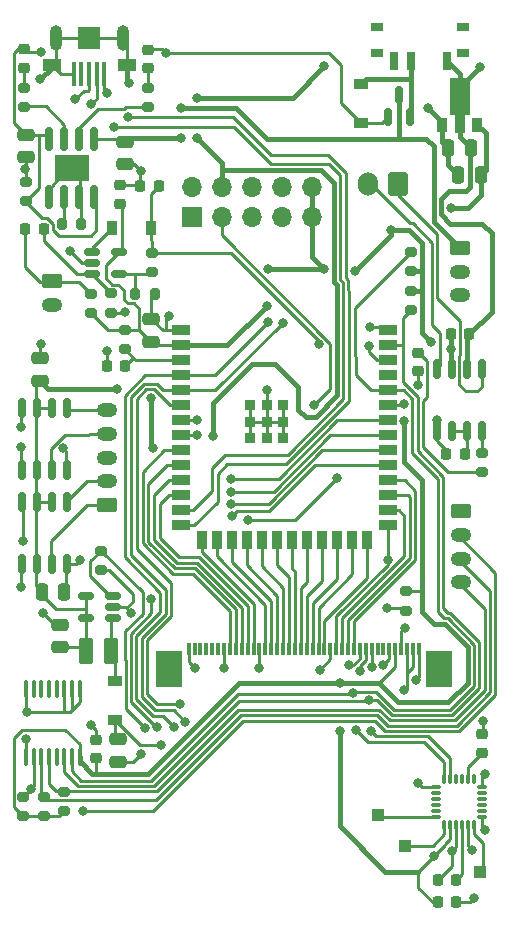
<source format=gbr>
%TF.GenerationSoftware,KiCad,Pcbnew,6.0.5+dfsg-1*%
%TF.CreationDate,2022-06-12T19:51:07+08:00*%
%TF.ProjectId,pbf-mainpcb,7062662d-6d61-4696-9e70-63622e6b6963,rev?*%
%TF.SameCoordinates,Original*%
%TF.FileFunction,Copper,L1,Top*%
%TF.FilePolarity,Positive*%
%FSLAX46Y46*%
G04 Gerber Fmt 4.6, Leading zero omitted, Abs format (unit mm)*
G04 Created by KiCad (PCBNEW 6.0.5+dfsg-1) date 2022-06-12 19:51:07*
%MOMM*%
%LPD*%
G01*
G04 APERTURE LIST*
G04 Aperture macros list*
%AMRoundRect*
0 Rectangle with rounded corners*
0 $1 Rounding radius*
0 $2 $3 $4 $5 $6 $7 $8 $9 X,Y pos of 4 corners*
0 Add a 4 corners polygon primitive as box body*
4,1,4,$2,$3,$4,$5,$6,$7,$8,$9,$2,$3,0*
0 Add four circle primitives for the rounded corners*
1,1,$1+$1,$2,$3*
1,1,$1+$1,$4,$5*
1,1,$1+$1,$6,$7*
1,1,$1+$1,$8,$9*
0 Add four rect primitives between the rounded corners*
20,1,$1+$1,$2,$3,$4,$5,0*
20,1,$1+$1,$4,$5,$6,$7,0*
20,1,$1+$1,$6,$7,$8,$9,0*
20,1,$1+$1,$8,$9,$2,$3,0*%
%AMFreePoly0*
4,1,9,3.862500,-0.866500,0.737500,-0.866500,0.737500,-0.450000,-0.737500,-0.450000,-0.737500,0.450000,0.737500,0.450000,0.737500,0.866500,3.862500,0.866500,3.862500,-0.866500,3.862500,-0.866500,$1*%
G04 Aperture macros list end*
%TA.AperFunction,SMDPad,CuDef*%
%ADD10RoundRect,0.200000X0.275000X-0.200000X0.275000X0.200000X-0.275000X0.200000X-0.275000X-0.200000X0*%
%TD*%
%TA.AperFunction,SMDPad,CuDef*%
%ADD11RoundRect,0.200000X-0.275000X0.200000X-0.275000X-0.200000X0.275000X-0.200000X0.275000X0.200000X0*%
%TD*%
%TA.AperFunction,SMDPad,CuDef*%
%ADD12RoundRect,0.200000X-0.200000X-0.275000X0.200000X-0.275000X0.200000X0.275000X-0.200000X0.275000X0*%
%TD*%
%TA.AperFunction,SMDPad,CuDef*%
%ADD13RoundRect,0.218750X0.256250X-0.218750X0.256250X0.218750X-0.256250X0.218750X-0.256250X-0.218750X0*%
%TD*%
%TA.AperFunction,SMDPad,CuDef*%
%ADD14RoundRect,0.150000X0.150000X-0.587500X0.150000X0.587500X-0.150000X0.587500X-0.150000X-0.587500X0*%
%TD*%
%TA.AperFunction,SMDPad,CuDef*%
%ADD15RoundRect,0.150000X-0.150000X0.675000X-0.150000X-0.675000X0.150000X-0.675000X0.150000X0.675000X0*%
%TD*%
%TA.AperFunction,SMDPad,CuDef*%
%ADD16RoundRect,0.250000X-0.250000X-0.475000X0.250000X-0.475000X0.250000X0.475000X-0.250000X0.475000X0*%
%TD*%
%TA.AperFunction,SMDPad,CuDef*%
%ADD17RoundRect,0.225000X0.225000X0.250000X-0.225000X0.250000X-0.225000X-0.250000X0.225000X-0.250000X0*%
%TD*%
%TA.AperFunction,ComponentPad*%
%ADD18RoundRect,0.250000X0.625000X-0.350000X0.625000X0.350000X-0.625000X0.350000X-0.625000X-0.350000X0*%
%TD*%
%TA.AperFunction,ComponentPad*%
%ADD19O,1.750000X1.200000*%
%TD*%
%TA.AperFunction,ComponentPad*%
%ADD20RoundRect,0.250000X-0.625000X0.350000X-0.625000X-0.350000X0.625000X-0.350000X0.625000X0.350000X0*%
%TD*%
%TA.AperFunction,SMDPad,CuDef*%
%ADD21RoundRect,0.250000X-0.475000X0.250000X-0.475000X-0.250000X0.475000X-0.250000X0.475000X0.250000X0*%
%TD*%
%TA.AperFunction,SMDPad,CuDef*%
%ADD22RoundRect,0.225000X0.250000X-0.225000X0.250000X0.225000X-0.250000X0.225000X-0.250000X-0.225000X0*%
%TD*%
%TA.AperFunction,SMDPad,CuDef*%
%ADD23R,1.000000X0.800000*%
%TD*%
%TA.AperFunction,SMDPad,CuDef*%
%ADD24R,0.700000X1.500000*%
%TD*%
%TA.AperFunction,SMDPad,CuDef*%
%ADD25RoundRect,0.250000X0.250000X0.475000X-0.250000X0.475000X-0.250000X-0.475000X0.250000X-0.475000X0*%
%TD*%
%TA.AperFunction,SMDPad,CuDef*%
%ADD26RoundRect,0.150000X-0.512500X-0.150000X0.512500X-0.150000X0.512500X0.150000X-0.512500X0.150000X0*%
%TD*%
%TA.AperFunction,SMDPad,CuDef*%
%ADD27RoundRect,0.250000X0.475000X-0.250000X0.475000X0.250000X-0.475000X0.250000X-0.475000X-0.250000X0*%
%TD*%
%TA.AperFunction,SMDPad,CuDef*%
%ADD28R,0.900000X1.200000*%
%TD*%
%TA.AperFunction,SMDPad,CuDef*%
%ADD29R,1.000000X1.000000*%
%TD*%
%TA.AperFunction,SMDPad,CuDef*%
%ADD30RoundRect,0.150000X0.512500X0.150000X-0.512500X0.150000X-0.512500X-0.150000X0.512500X-0.150000X0*%
%TD*%
%TA.AperFunction,SMDPad,CuDef*%
%ADD31RoundRect,0.225000X-0.225000X-0.250000X0.225000X-0.250000X0.225000X0.250000X-0.225000X0.250000X0*%
%TD*%
%TA.AperFunction,ComponentPad*%
%ADD32RoundRect,0.250000X0.600000X0.750000X-0.600000X0.750000X-0.600000X-0.750000X0.600000X-0.750000X0*%
%TD*%
%TA.AperFunction,ComponentPad*%
%ADD33O,1.700000X2.000000*%
%TD*%
%TA.AperFunction,ComponentPad*%
%ADD34R,1.700000X1.700000*%
%TD*%
%TA.AperFunction,ComponentPad*%
%ADD35O,1.700000X1.700000*%
%TD*%
%TA.AperFunction,SMDPad,CuDef*%
%ADD36R,1.500000X0.900000*%
%TD*%
%TA.AperFunction,SMDPad,CuDef*%
%ADD37R,0.900000X1.500000*%
%TD*%
%TA.AperFunction,SMDPad,CuDef*%
%ADD38R,0.900000X0.900000*%
%TD*%
%TA.AperFunction,SMDPad,CuDef*%
%ADD39R,0.400000X2.100000*%
%TD*%
%TA.AperFunction,SMDPad,CuDef*%
%ADD40R,1.900000X1.900000*%
%TD*%
%TA.AperFunction,SMDPad,CuDef*%
%ADD41R,1.500000X1.000000*%
%TD*%
%TA.AperFunction,ComponentPad*%
%ADD42O,1.050000X2.150000*%
%TD*%
%TA.AperFunction,SMDPad,CuDef*%
%ADD43RoundRect,0.225000X-0.250000X0.225000X-0.250000X-0.225000X0.250000X-0.225000X0.250000X0.225000X0*%
%TD*%
%TA.AperFunction,SMDPad,CuDef*%
%ADD44R,1.200000X0.900000*%
%TD*%
%TA.AperFunction,SMDPad,CuDef*%
%ADD45R,0.900000X1.300000*%
%TD*%
%TA.AperFunction,SMDPad,CuDef*%
%ADD46FreePoly0,90.000000*%
%TD*%
%TA.AperFunction,SMDPad,CuDef*%
%ADD47R,0.300000X1.100000*%
%TD*%
%TA.AperFunction,SMDPad,CuDef*%
%ADD48R,2.300000X3.100000*%
%TD*%
%TA.AperFunction,SMDPad,CuDef*%
%ADD49RoundRect,0.150000X0.150000X-0.675000X0.150000X0.675000X-0.150000X0.675000X-0.150000X-0.675000X0*%
%TD*%
%TA.AperFunction,SMDPad,CuDef*%
%ADD50RoundRect,0.075000X-0.350000X-0.075000X0.350000X-0.075000X0.350000X0.075000X-0.350000X0.075000X0*%
%TD*%
%TA.AperFunction,SMDPad,CuDef*%
%ADD51RoundRect,0.075000X0.075000X-0.350000X0.075000X0.350000X-0.075000X0.350000X-0.075000X-0.350000X0*%
%TD*%
%TA.AperFunction,SMDPad,CuDef*%
%ADD52RoundRect,0.250000X-0.375000X-0.850000X0.375000X-0.850000X0.375000X0.850000X-0.375000X0.850000X0*%
%TD*%
%TA.AperFunction,SMDPad,CuDef*%
%ADD53RoundRect,0.150000X0.150000X-0.825000X0.150000X0.825000X-0.150000X0.825000X-0.150000X-0.825000X0*%
%TD*%
%TA.AperFunction,SMDPad,CuDef*%
%ADD54R,3.000000X2.290000*%
%TD*%
%TA.AperFunction,SMDPad,CuDef*%
%ADD55RoundRect,0.100000X-0.100000X0.637500X-0.100000X-0.637500X0.100000X-0.637500X0.100000X0.637500X0*%
%TD*%
%TA.AperFunction,ViaPad*%
%ADD56C,0.800000*%
%TD*%
%TA.AperFunction,Conductor*%
%ADD57C,0.250000*%
%TD*%
%TA.AperFunction,Conductor*%
%ADD58C,0.400000*%
%TD*%
G04 APERTURE END LIST*
D10*
%TO.P,R6,1*%
%TO.N,+3V3*%
X157650000Y-63275000D03*
%TO.P,R6,2*%
%TO.N,Net-(C10-Pad1)*%
X157650000Y-61625000D03*
%TD*%
%TO.P,R2,1*%
%TO.N,Net-(C3-Pad1)*%
X190750000Y-76725000D03*
%TO.P,R2,2*%
%TO.N,Net-(R2-Pad2)*%
X190750000Y-75075000D03*
%TD*%
D11*
%TO.P,R7,1*%
%TO.N,Net-(C10-Pad2)*%
X159350000Y-61575000D03*
%TO.P,R7,2*%
%TO.N,GND*%
X159350000Y-63225000D03*
%TD*%
%TO.P,R3,1*%
%TO.N,Net-(D1-Pad1)*%
X162500000Y-44175000D03*
%TO.P,R3,2*%
%TO.N,Net-(R3-Pad2)*%
X162500000Y-45825000D03*
%TD*%
D12*
%TO.P,R5,1*%
%TO.N,Net-(R5-Pad1)*%
X155175000Y-55725000D03*
%TO.P,R5,2*%
%TO.N,GND*%
X156825000Y-55725000D03*
%TD*%
D13*
%TO.P,D2,1,K*%
%TO.N,Net-(D2-Pad1)*%
X152000000Y-42500000D03*
%TO.P,D2,2,A*%
%TO.N,Net-(C1-Pad1)*%
X152000000Y-40925000D03*
%TD*%
D10*
%TO.P,R17,1*%
%TO.N,+3V3*%
X153650000Y-105875000D03*
%TO.P,R17,2*%
%TO.N,SW_FLIPR*%
X153650000Y-104225000D03*
%TD*%
D14*
%TO.P,Q1,1,G*%
%TO.N,Net-(C1-Pad1)*%
X182750000Y-46637500D03*
%TO.P,Q1,2,S*%
%TO.N,Net-(D3-Pad1)*%
X184650000Y-46637500D03*
%TO.P,Q1,3,D*%
%TO.N,Net-(C8-Pad1)*%
X183700000Y-44762500D03*
%TD*%
D11*
%TO.P,R4,1*%
%TO.N,Net-(D2-Pad1)*%
X152000000Y-44175000D03*
%TO.P,R4,2*%
%TO.N,Net-(R4-Pad2)*%
X152000000Y-45825000D03*
%TD*%
D15*
%TO.P,U7,1,OUT1*%
%TO.N,Net-(J5-Pad5)*%
X155605000Y-71275000D03*
%TO.P,U7,2,VCC*%
%TO.N,VBAT*%
X154335000Y-71275000D03*
%TO.P,U7,3,VCC*%
X153065000Y-71275000D03*
%TO.P,U7,4,FIN*%
%TO.N,FIN_H*%
X151795000Y-71275000D03*
%TO.P,U7,5,RIN*%
%TO.N,RIN_H*%
X151795000Y-76525000D03*
%TO.P,U7,6,VREF*%
%TO.N,VBAT*%
X153065000Y-76525000D03*
%TO.P,U7,7,OUT2*%
%TO.N,Net-(J5-Pad4)*%
X154335000Y-76525000D03*
%TO.P,U7,8,GND*%
%TO.N,GND*%
X155605000Y-76525000D03*
%TD*%
D10*
%TO.P,R1,1*%
%TO.N,Net-(C1-Pad1)*%
X152100000Y-53800000D03*
%TO.P,R1,2*%
%TO.N,GND*%
X152100000Y-52150000D03*
%TD*%
D12*
%TO.P,R9,1*%
%TO.N,Net-(R8-Pad2)*%
X161375000Y-61650000D03*
%TO.P,R9,2*%
%TO.N,GND*%
X163025000Y-61650000D03*
%TD*%
D16*
%TO.P,C15,1*%
%TO.N,VBAT*%
X153450000Y-86900000D03*
%TO.P,C15,2*%
%TO.N,GND*%
X155350000Y-86900000D03*
%TD*%
D17*
%TO.P,C12,1*%
%TO.N,PLUNGER_ANA*%
X163375000Y-52525000D03*
%TO.P,C12,2*%
%TO.N,GND*%
X161825000Y-52525000D03*
%TD*%
D18*
%TO.P,J5,1,Pin_1*%
%TO.N,Net-(J5-Pad1)*%
X158950000Y-79500000D03*
D19*
%TO.P,J5,2,Pin_2*%
%TO.N,Net-(J5-Pad2)*%
X158950000Y-77500000D03*
%TO.P,J5,3,Pin_3*%
%TO.N,GND*%
X158950000Y-75500000D03*
%TO.P,J5,4,Pin_4*%
%TO.N,Net-(J5-Pad4)*%
X158950000Y-73500000D03*
%TO.P,J5,5,Pin_5*%
%TO.N,Net-(J5-Pad5)*%
X158950000Y-71500000D03*
%TD*%
D20*
%TO.P,J4,1,Pin_1*%
%TO.N,Net-(C8-Pad1)*%
X188850000Y-57750000D03*
D19*
%TO.P,J4,2,Pin_2*%
%TO.N,unconnected-(J4-Pad2)*%
X188850000Y-59750000D03*
%TO.P,J4,3,Pin_3*%
%TO.N,GND*%
X188850000Y-61750000D03*
%TD*%
D21*
%TO.P,C1,1*%
%TO.N,Net-(C1-Pad1)*%
X152100000Y-48175000D03*
%TO.P,C1,2*%
%TO.N,GND*%
X152100000Y-50075000D03*
%TD*%
D11*
%TO.P,R13,1*%
%TO.N,+3V3*%
X184325000Y-86800000D03*
%TO.P,R13,2*%
%TO.N,LCD_HSYNC*%
X184325000Y-88450000D03*
%TD*%
D22*
%TO.P,C21,1*%
%TO.N,+3V3*%
X158050000Y-100975000D03*
%TO.P,C21,2*%
%TO.N,GND*%
X158050000Y-99425000D03*
%TD*%
D23*
%TO.P,SW1,*%
%TO.N,*%
X189150000Y-39045000D03*
X181850000Y-41255000D03*
X189150000Y-41255000D03*
X181850000Y-39045000D03*
D24*
%TO.P,SW1,1,A*%
%TO.N,VBAT*%
X187750000Y-41905000D03*
%TO.P,SW1,2,B*%
%TO.N,Net-(D3-Pad1)*%
X184750000Y-41905000D03*
%TO.P,SW1,3,C*%
%TO.N,unconnected-(SW1-Pad3)*%
X183250000Y-41905000D03*
%TD*%
D25*
%TO.P,C5,1*%
%TO.N,+3V3*%
X190650000Y-51550000D03*
%TO.P,C5,2*%
%TO.N,GND*%
X188750000Y-51550000D03*
%TD*%
D11*
%TO.P,R15,1*%
%TO.N,+3V3*%
X184700000Y-61375000D03*
%TO.P,R15,2*%
%TO.N,I2C_SCL*%
X184700000Y-63025000D03*
%TD*%
D26*
%TO.P,U6,1*%
%TO.N,Net-(D4-Pad2)*%
X157762500Y-58100000D03*
%TO.P,U6,2,V-*%
%TO.N,GND*%
X157762500Y-59050000D03*
%TO.P,U6,3,+*%
%TO.N,Net-(C10-Pad2)*%
X157762500Y-60000000D03*
%TO.P,U6,4,-*%
%TO.N,Net-(R8-Pad2)*%
X160037500Y-60000000D03*
%TO.P,U6,5,V+*%
%TO.N,+3V3*%
X160037500Y-58100000D03*
%TD*%
D27*
%TO.P,C17,1*%
%TO.N,VBAT*%
X155050000Y-91550000D03*
%TO.P,C17,2*%
%TO.N,GND*%
X155050000Y-89650000D03*
%TD*%
D20*
%TO.P,J3,1,Pin_1*%
%TO.N,Net-(C10-Pad1)*%
X154350000Y-60550000D03*
D19*
%TO.P,J3,2,Pin_2*%
%TO.N,GND*%
X154350000Y-62550000D03*
%TD*%
D17*
%TO.P,C9,1*%
%TO.N,Net-(C9-Pad1)*%
X188575000Y-111250000D03*
%TO.P,C9,2*%
%TO.N,GND*%
X187025000Y-111250000D03*
%TD*%
D15*
%TO.P,U8,1,OUT1*%
%TO.N,Net-(J5-Pad2)*%
X155605000Y-79275000D03*
%TO.P,U8,2,VCC*%
%TO.N,VBAT*%
X154335000Y-79275000D03*
%TO.P,U8,3,VCC*%
X153065000Y-79275000D03*
%TO.P,U8,4,FIN*%
%TO.N,FIN_V*%
X151795000Y-79275000D03*
%TO.P,U8,5,RIN*%
%TO.N,RIN_V*%
X151795000Y-84525000D03*
%TO.P,U8,6,VREF*%
%TO.N,VBAT*%
X153065000Y-84525000D03*
%TO.P,U8,7,OUT2*%
%TO.N,Net-(J5-Pad1)*%
X154335000Y-84525000D03*
%TO.P,U8,8,GND*%
%TO.N,GND*%
X155605000Y-84525000D03*
%TD*%
D17*
%TO.P,C6,1*%
%TO.N,Net-(C6-Pad1)*%
X189275000Y-75200000D03*
%TO.P,C6,2*%
%TO.N,GND*%
X187725000Y-75200000D03*
%TD*%
D20*
%TO.P,J6,1,Pin_1*%
%TO.N,GND*%
X188950000Y-80050000D03*
D19*
%TO.P,J6,2,Pin_2*%
%TO.N,SW_START*%
X188950000Y-82050000D03*
%TO.P,J6,3,Pin_3*%
%TO.N,SW_FLIPR*%
X188950000Y-84050000D03*
%TO.P,J6,4,Pin_4*%
%TO.N,SW_FLIPL*%
X188950000Y-86050000D03*
%TD*%
D28*
%TO.P,D4,1,K*%
%TO.N,PLUNGER_ANA*%
X162750000Y-56075000D03*
%TO.P,D4,2,A*%
%TO.N,Net-(D4-Pad2)*%
X159450000Y-56075000D03*
%TD*%
D29*
%TO.P,TP1,1,1*%
%TO.N,Net-(TP1-Pad1)*%
X190600000Y-110550000D03*
%TD*%
D21*
%TO.P,C19,1*%
%TO.N,MLCD_A*%
X159900000Y-99350000D03*
%TO.P,C19,2*%
%TO.N,GND*%
X159900000Y-101250000D03*
%TD*%
D30*
%TO.P,U10,1,SW*%
%TO.N,Net-(D6-Pad2)*%
X159487500Y-89100000D03*
%TO.P,U10,2,GND*%
%TO.N,GND*%
X159487500Y-88150000D03*
%TO.P,U10,3,FB*%
%TO.N,MLCD_K*%
X159487500Y-87200000D03*
%TO.P,U10,4,EN*%
%TO.N,VBAT*%
X157212500Y-87200000D03*
%TO.P,U10,5,IN*%
X157212500Y-89100000D03*
%TD*%
D31*
%TO.P,C10,1*%
%TO.N,Net-(C10-Pad1)*%
X152075000Y-56175000D03*
%TO.P,C10,2*%
%TO.N,Net-(C10-Pad2)*%
X153625000Y-56175000D03*
%TD*%
%TO.P,C7,1*%
%TO.N,+3V3*%
X187025000Y-113150000D03*
%TO.P,C7,2*%
%TO.N,GND*%
X188575000Y-113150000D03*
%TD*%
D32*
%TO.P,J2,1,Pin_1*%
%TO.N,Net-(J2-Pad1)*%
X183600000Y-52300000D03*
D33*
%TO.P,J2,2,Pin_2*%
%TO.N,Net-(J2-Pad2)*%
X181100000Y-52300000D03*
%TD*%
D34*
%TO.P,J7,1,Pin_1*%
%TO.N,GND*%
X166170000Y-55100000D03*
D35*
%TO.P,J7,2,Pin_2*%
X166170000Y-52560000D03*
%TO.P,J7,3,Pin_3*%
%TO.N,LCD_RESET*%
X168710000Y-55100000D03*
%TO.P,J7,4,Pin_4*%
%TO.N,VBAT*%
X168710000Y-52560000D03*
%TO.P,J7,5,Pin_5*%
%TO.N,SPI_DC*%
X171250000Y-55100000D03*
%TO.P,J7,6,Pin_6*%
%TO.N,SPI_CS_LCD0*%
X171250000Y-52560000D03*
%TO.P,J7,7,Pin_7*%
%TO.N,SPI_SCK*%
X173790000Y-55100000D03*
%TO.P,J7,8,Pin_8*%
%TO.N,SPI_MOSI*%
X173790000Y-52560000D03*
%TO.P,J7,9,Pin_9*%
%TO.N,+3V3*%
X176330000Y-55100000D03*
%TO.P,J7,10,Pin_10*%
X176330000Y-52560000D03*
%TD*%
D36*
%TO.P,U9,1,GND1*%
%TO.N,GND*%
X165250000Y-64740000D03*
%TO.P,U9,2,3V3*%
%TO.N,+3V3*%
X165250000Y-66010000D03*
%TO.P,U9,3,EN*%
%TO.N,Net-(C13-Pad1)*%
X165250000Y-67280000D03*
%TO.P,U9,4,GPIO4*%
%TO.N,SPI_MOSI*%
X165250000Y-68550000D03*
%TO.P,U9,5,GPIO5*%
%TO.N,SPI_SCK*%
X165250000Y-69820000D03*
%TO.P,U9,6,GPIO6*%
%TO.N,SPI_CS_LCD1*%
X165250000Y-71090000D03*
%TO.P,U9,7,GPIO7*%
%TO.N,SPI_CS_LCD0*%
X165250000Y-72360000D03*
%TO.P,U9,8,GPIO15*%
%TO.N,SPI_DC*%
X165250000Y-73630000D03*
%TO.P,U9,9,GPIO16*%
%TO.N,LCD_D17*%
X165250000Y-74900000D03*
%TO.P,U9,10,GPIO17*%
%TO.N,LCD_D16*%
X165250000Y-76170000D03*
%TO.P,U9,11,GPIO18*%
%TO.N,LCD_D15*%
X165250000Y-77440000D03*
%TO.P,U9,12,GPIO8*%
%TO.N,LCD_D14*%
X165250000Y-78710000D03*
%TO.P,U9,13,GPIO19*%
%TO.N,USB_DM*%
X165250000Y-79980000D03*
%TO.P,U9,14,GPIO20*%
%TO.N,USB_DP*%
X165250000Y-81250000D03*
D37*
%TO.P,U9,15,GPIO3*%
%TO.N,LCD_D13*%
X167015000Y-82500000D03*
%TO.P,U9,16,GPIO46*%
%TO.N,LCD_D11*%
X168285000Y-82500000D03*
%TO.P,U9,17,GPIO9*%
%TO.N,LCD_D10*%
X169555000Y-82500000D03*
%TO.P,U9,18,GPIO10*%
%TO.N,LCD_D9*%
X170825000Y-82500000D03*
%TO.P,U9,19,GPIO11*%
%TO.N,LCD_D8*%
X172095000Y-82500000D03*
%TO.P,U9,20,GPIO12*%
%TO.N,LCD_D7*%
X173365000Y-82500000D03*
%TO.P,U9,21,GPIO13*%
%TO.N,LCD_D6*%
X174635000Y-82500000D03*
%TO.P,U9,22,GPIO14*%
%TO.N,LCD_D5*%
X175905000Y-82500000D03*
%TO.P,U9,23,GPIO21*%
%TO.N,LCD_D4*%
X177175000Y-82500000D03*
%TO.P,U9,24,GPIO47*%
%TO.N,LCD_D3*%
X178445000Y-82500000D03*
%TO.P,U9,25,GPIO48*%
%TO.N,LCD_D2*%
X179715000Y-82500000D03*
%TO.P,U9,26,GPIO45*%
%TO.N,LCD_D1*%
X180985000Y-82500000D03*
D36*
%TO.P,U9,27,GPIO0*%
%TO.N,LCD_HSYNC*%
X182750000Y-81250000D03*
%TO.P,U9,28,GPIO35*%
%TO.N,LCD_VSYNC*%
X182750000Y-79980000D03*
%TO.P,U9,29,GPIO36*%
%TO.N,LCD_DE*%
X182750000Y-78710000D03*
%TO.P,U9,30,GPIO37*%
%TO.N,LCD_PCLK*%
X182750000Y-77440000D03*
%TO.P,U9,31,GPIO38*%
%TO.N,RIN_V*%
X182750000Y-76170000D03*
%TO.P,U9,32,GPIO39*%
%TO.N,FIN_V*%
X182750000Y-74900000D03*
%TO.P,U9,33,GPIO40*%
%TO.N,RIN_H*%
X182750000Y-73630000D03*
%TO.P,U9,34,GPIO41*%
%TO.N,FIN_H*%
X182750000Y-72360000D03*
%TO.P,U9,35,GPIO42*%
%TO.N,AUDIO*%
X182750000Y-71090000D03*
%TO.P,U9,36,RX0*%
%TO.N,I2C_SDA*%
X182750000Y-69820000D03*
%TO.P,U9,37,TX0*%
%TO.N,unconnected-(U9-Pad37)*%
X182750000Y-68550000D03*
%TO.P,U9,38,IO2*%
%TO.N,PLUNGER_ANA*%
X182750000Y-67280000D03*
%TO.P,U9,39,IO1*%
%TO.N,I2C_SCL*%
X182750000Y-66010000D03*
%TO.P,U9,40,GND2*%
%TO.N,GND*%
X182750000Y-64740000D03*
D38*
%TO.P,U9,41,EPAD*%
X172500000Y-73860000D03*
X172500000Y-72460000D03*
X171100000Y-72460000D03*
X173900000Y-72460000D03*
X171100000Y-73860000D03*
X172500000Y-71060000D03*
X171100000Y-71060000D03*
X173900000Y-73860000D03*
X173900000Y-71060000D03*
%TD*%
D39*
%TO.P,J1,1,VBUS*%
%TO.N,Net-(C1-Pad1)*%
X158775000Y-43050000D03*
%TO.P,J1,2,D-*%
%TO.N,USB_DM*%
X158125000Y-43050000D03*
%TO.P,J1,3,D+*%
%TO.N,USB_DP*%
X157475000Y-43050000D03*
%TO.P,J1,4,ID*%
%TO.N,unconnected-(J1-Pad4)*%
X156825000Y-43050000D03*
%TO.P,J1,5,GND*%
%TO.N,GND*%
X156175000Y-43050000D03*
D40*
%TO.P,J1,6,Shield*%
X157500000Y-40000000D03*
D41*
X160700000Y-42250000D03*
D42*
X160325000Y-40000000D03*
X154675000Y-40000000D03*
D41*
X154300000Y-42240000D03*
%TD*%
D22*
%TO.P,C11,1*%
%TO.N,Net-(C11-Pad1)*%
X190750000Y-100475000D03*
%TO.P,C11,2*%
%TO.N,GND*%
X190750000Y-98925000D03*
%TD*%
D43*
%TO.P,C3,1*%
%TO.N,Net-(C3-Pad1)*%
X185300000Y-66625000D03*
%TO.P,C3,2*%
%TO.N,AUDIO*%
X185300000Y-68175000D03*
%TD*%
D17*
%TO.P,C4,1*%
%TO.N,VBAT*%
X189674520Y-65035951D03*
%TO.P,C4,2*%
%TO.N,GND*%
X188124520Y-65035951D03*
%TD*%
D44*
%TO.P,D3,1,K*%
%TO.N,Net-(D3-Pad1)*%
X180500000Y-43850000D03*
%TO.P,D3,2,A*%
%TO.N,Net-(C1-Pad1)*%
X180500000Y-47150000D03*
%TD*%
D45*
%TO.P,U2,1,GND*%
%TO.N,GND*%
X187350000Y-47350000D03*
D46*
%TO.P,U2,2,VIN*%
%TO.N,VBAT*%
X188850000Y-47262500D03*
D45*
%TO.P,U2,3,VOUT*%
%TO.N,+3V3*%
X190350000Y-47350000D03*
%TD*%
D10*
%TO.P,R14,1*%
%TO.N,+3V3*%
X184700000Y-59725000D03*
%TO.P,R14,2*%
%TO.N,I2C_SDA*%
X184700000Y-58075000D03*
%TD*%
D13*
%TO.P,D1,1,K*%
%TO.N,Net-(D1-Pad1)*%
X162500000Y-42537500D03*
%TO.P,D1,2,A*%
%TO.N,Net-(C1-Pad1)*%
X162500000Y-40962500D03*
%TD*%
D11*
%TO.P,R11,1*%
%TO.N,MLCD_K*%
X158450000Y-83375000D03*
%TO.P,R11,2*%
%TO.N,GND*%
X158450000Y-85025000D03*
%TD*%
D27*
%TO.P,C14,1*%
%TO.N,VBAT*%
X153300000Y-69000000D03*
%TO.P,C14,2*%
%TO.N,GND*%
X153300000Y-67100000D03*
%TD*%
D47*
%TO.P,U12,1,LED_A*%
%TO.N,MLCD_A*%
X185400000Y-91675000D03*
%TO.P,U12,2,LED_K*%
%TO.N,MLCD_K*%
X184900000Y-91675000D03*
%TO.P,U12,3,LED_K*%
X184400000Y-91675000D03*
%TO.P,U12,4,GND*%
%TO.N,GND*%
X183900000Y-91675000D03*
%TO.P,U12,5,VCC*%
%TO.N,+3V3*%
X183400000Y-91675000D03*
%TO.P,U12,6,~RESET~*%
%TO.N,LCD_RESET*%
X182900000Y-91675000D03*
%TO.P,U12,7,NC*%
%TO.N,unconnected-(U12-Pad7)*%
X182400000Y-91675000D03*
%TO.P,U12,8,NC*%
%TO.N,unconnected-(U12-Pad8)*%
X181900000Y-91675000D03*
%TO.P,U12,9,SDA*%
%TO.N,SPI_MOSI*%
X181400000Y-91675000D03*
%TO.P,U12,10,SCK*%
%TO.N,SPI_SCK*%
X180900000Y-91675000D03*
%TO.P,U12,11,CS*%
%TO.N,SPI_CS_LCD1*%
X180400000Y-91675000D03*
%TO.P,U12,12,PCLK*%
%TO.N,LCD_PCLK*%
X179900000Y-91675000D03*
%TO.P,U12,13,DE*%
%TO.N,LCD_DE*%
X179400000Y-91675000D03*
%TO.P,U12,14,VSYNC*%
%TO.N,LCD_VSYNC*%
X178900000Y-91675000D03*
%TO.P,U12,15,HSYNC*%
%TO.N,LCD_HSYNC*%
X178400000Y-91675000D03*
%TO.P,U12,16,DB0*%
%TO.N,GND*%
X177900000Y-91675000D03*
%TO.P,U12,17,DB1*%
%TO.N,LCD_D1*%
X177400000Y-91675000D03*
%TO.P,U12,18,DB2*%
%TO.N,LCD_D2*%
X176900000Y-91675000D03*
%TO.P,U12,19,DB3*%
%TO.N,LCD_D3*%
X176400000Y-91675000D03*
%TO.P,U12,20,DB4*%
%TO.N,LCD_D4*%
X175900000Y-91675000D03*
%TO.P,U12,21,DB5*%
%TO.N,LCD_D5*%
X175400000Y-91675000D03*
%TO.P,U12,22,DB6*%
%TO.N,LCD_D6*%
X174900000Y-91675000D03*
%TO.P,U12,23,DB7*%
%TO.N,LCD_D7*%
X174400000Y-91675000D03*
%TO.P,U12,24,DB8*%
%TO.N,LCD_D8*%
X173900000Y-91675000D03*
%TO.P,U12,25,DB9*%
%TO.N,LCD_D9*%
X173400000Y-91675000D03*
%TO.P,U12,26,DB10*%
%TO.N,LCD_D10*%
X172900000Y-91675000D03*
%TO.P,U12,27,DB11*%
%TO.N,LCD_D11*%
X172400000Y-91675000D03*
%TO.P,U12,28,DB12*%
%TO.N,GND*%
X171900000Y-91675000D03*
%TO.P,U12,29,DB13*%
%TO.N,LCD_D13*%
X171400000Y-91675000D03*
%TO.P,U12,30,DB14*%
%TO.N,LCD_D14*%
X170900000Y-91675000D03*
%TO.P,U12,31,DB15*%
%TO.N,LCD_D15*%
X170400000Y-91675000D03*
%TO.P,U12,32,DB16*%
%TO.N,LCD_D16*%
X169900000Y-91675000D03*
%TO.P,U12,33,DB17*%
%TO.N,LCD_D17*%
X169400000Y-91675000D03*
%TO.P,U12,34,GND*%
%TO.N,GND*%
X168900000Y-91675000D03*
%TO.P,U12,35,TP_INT*%
%TO.N,unconnected-(U12-Pad35)*%
X168400000Y-91675000D03*
%TO.P,U12,36,TP_SDA*%
%TO.N,unconnected-(U12-Pad36)*%
X167900000Y-91675000D03*
%TO.P,U12,37,TP_SCL*%
%TO.N,unconnected-(U12-Pad37)*%
X167400000Y-91675000D03*
%TO.P,U12,38,TP_RESET*%
%TO.N,unconnected-(U12-Pad38)*%
X166900000Y-91675000D03*
%TO.P,U12,39,TP_VCC*%
%TO.N,unconnected-(U12-Pad39)*%
X166400000Y-91675000D03*
%TO.P,U12,40,GND*%
%TO.N,GND*%
X165900000Y-91675000D03*
D48*
%TO.P,U12,MP*%
%TO.N,N/C*%
X164230000Y-93375000D03*
X187070000Y-93375000D03*
%TD*%
D10*
%TO.P,R10,1*%
%TO.N,Net-(C13-Pad1)*%
X160500000Y-66325000D03*
%TO.P,R10,2*%
%TO.N,+3V3*%
X160500000Y-64675000D03*
%TD*%
D49*
%TO.P,U3,1,SD*%
%TO.N,GND*%
X186895000Y-73225000D03*
%TO.P,U3,2,BYP*%
%TO.N,Net-(C6-Pad1)*%
X188165000Y-73225000D03*
%TO.P,U3,3,+IN*%
X189435000Y-73225000D03*
%TO.P,U3,4,-IN*%
%TO.N,Net-(R2-Pad2)*%
X190705000Y-73225000D03*
%TO.P,U3,5,VO1*%
%TO.N,Net-(J2-Pad1)*%
X190705000Y-67975000D03*
%TO.P,U3,6,VDD*%
%TO.N,VBAT*%
X189435000Y-67975000D03*
%TO.P,U3,7,GND*%
%TO.N,GND*%
X188165000Y-67975000D03*
%TO.P,U3,8,VO2*%
%TO.N,Net-(J2-Pad2)*%
X186895000Y-67975000D03*
%TD*%
D10*
%TO.P,R16,1*%
%TO.N,+3V3*%
X155350000Y-105425000D03*
%TO.P,R16,2*%
%TO.N,SW_FLIPL*%
X155350000Y-103775000D03*
%TD*%
D44*
%TO.P,D6,1,K*%
%TO.N,MLCD_A*%
X159650000Y-97700000D03*
%TO.P,D6,2,A*%
%TO.N,Net-(D6-Pad2)*%
X159650000Y-94400000D03*
%TD*%
D27*
%TO.P,C16,1*%
%TO.N,+3V3*%
X162750000Y-65700000D03*
%TO.P,C16,2*%
%TO.N,GND*%
X162750000Y-63800000D03*
%TD*%
D29*
%TO.P,TP2,1,1*%
%TO.N,Net-(TP2-Pad1)*%
X181900000Y-105750000D03*
%TD*%
D17*
%TO.P,C13,1*%
%TO.N,Net-(C13-Pad1)*%
X160525000Y-67750000D03*
%TO.P,C13,2*%
%TO.N,GND*%
X158975000Y-67750000D03*
%TD*%
D11*
%TO.P,R8,1*%
%TO.N,PLUNGER_ANA*%
X162800000Y-58175000D03*
%TO.P,R8,2*%
%TO.N,Net-(R8-Pad2)*%
X162800000Y-59825000D03*
%TD*%
D21*
%TO.P,C8,1*%
%TO.N,Net-(C8-Pad1)*%
X160500000Y-48775000D03*
%TO.P,C8,2*%
%TO.N,GND*%
X160500000Y-50675000D03*
%TD*%
D50*
%TO.P,U5,1,CLKIN*%
%TO.N,GND*%
X186850000Y-103400000D03*
%TO.P,U5,2*%
%TO.N,N/C*%
X186850000Y-103900000D03*
%TO.P,U5,3*%
X186850000Y-104400000D03*
%TO.P,U5,4*%
X186850000Y-104900000D03*
%TO.P,U5,5*%
X186850000Y-105400000D03*
%TO.P,U5,6,AUX_SDA*%
%TO.N,Net-(TP2-Pad1)*%
X186850000Y-105900000D03*
D51*
%TO.P,U5,7,AUX_SCL*%
%TO.N,Net-(TP3-Pad1)*%
X187550000Y-106600000D03*
%TO.P,U5,8,VDDIO*%
%TO.N,+3V3*%
X188050000Y-106600000D03*
%TO.P,U5,9,AD0*%
%TO.N,GND*%
X188550000Y-106600000D03*
%TO.P,U5,10,REGOUT*%
%TO.N,Net-(C9-Pad1)*%
X189050000Y-106600000D03*
%TO.P,U5,11,FSYNC*%
%TO.N,GND*%
X189550000Y-106600000D03*
%TO.P,U5,12,INT*%
%TO.N,Net-(TP1-Pad1)*%
X190050000Y-106600000D03*
D50*
%TO.P,U5,13,VDD*%
%TO.N,+3V3*%
X190750000Y-105900000D03*
%TO.P,U5,14*%
%TO.N,N/C*%
X190750000Y-105400000D03*
%TO.P,U5,15*%
X190750000Y-104900000D03*
%TO.P,U5,16*%
X190750000Y-104400000D03*
%TO.P,U5,17*%
X190750000Y-103900000D03*
%TO.P,U5,18,GND*%
%TO.N,GND*%
X190750000Y-103400000D03*
D51*
%TO.P,U5,19*%
%TO.N,N/C*%
X190050000Y-102700000D03*
%TO.P,U5,20,CPOUT*%
%TO.N,Net-(C11-Pad1)*%
X189550000Y-102700000D03*
%TO.P,U5,21*%
%TO.N,N/C*%
X189050000Y-102700000D03*
%TO.P,U5,22*%
X188550000Y-102700000D03*
%TO.P,U5,23,SCL*%
%TO.N,I2C_SCL*%
X188050000Y-102700000D03*
%TO.P,U5,24,SDA*%
%TO.N,I2C_SDA*%
X187550000Y-102700000D03*
%TD*%
D52*
%TO.P,L1,1,1*%
%TO.N,VBAT*%
X157200000Y-91900000D03*
%TO.P,L1,2,2*%
%TO.N,Net-(D6-Pad2)*%
X159350000Y-91900000D03*
%TD*%
D10*
%TO.P,R12,2*%
%TO.N,SW_START*%
X151900000Y-104225000D03*
%TO.P,R12,1*%
%TO.N,+3V3*%
X151900000Y-105875000D03*
%TD*%
D53*
%TO.P,U4,1,TEMP*%
%TO.N,GND*%
X154095000Y-53450000D03*
%TO.P,U4,2,PROG*%
%TO.N,Net-(R5-Pad1)*%
X155365000Y-53450000D03*
%TO.P,U4,3,GND*%
%TO.N,GND*%
X156635000Y-53450000D03*
%TO.P,U4,4,Vcc*%
%TO.N,Net-(C1-Pad1)*%
X157905000Y-53450000D03*
%TO.P,U4,5,BAT*%
%TO.N,Net-(C8-Pad1)*%
X157905000Y-48500000D03*
%TO.P,U4,6,nSTDBY*%
%TO.N,Net-(R3-Pad2)*%
X156635000Y-48500000D03*
%TO.P,U4,7,nCHRG*%
%TO.N,Net-(R4-Pad2)*%
X155365000Y-48500000D03*
%TO.P,U4,8,CE*%
%TO.N,Net-(C1-Pad1)*%
X154095000Y-48500000D03*
D54*
%TO.P,U4,9,EP*%
%TO.N,GND*%
X156000000Y-50975000D03*
%TD*%
D25*
%TO.P,C2,1*%
%TO.N,VBAT*%
X189800000Y-49300000D03*
%TO.P,C2,2*%
%TO.N,GND*%
X187900000Y-49300000D03*
%TD*%
D55*
%TO.P,U1,1,A0*%
%TO.N,GND*%
X156675000Y-95087500D03*
%TO.P,U1,2,A1*%
X156025000Y-95087500D03*
%TO.P,U1,3,A2*%
X155375000Y-95087500D03*
%TO.P,U1,4,P0*%
%TO.N,unconnected-(U1-Pad4)*%
X154725000Y-95087500D03*
%TO.P,U1,5,P1*%
%TO.N,unconnected-(U1-Pad5)*%
X154075000Y-95087500D03*
%TO.P,U1,6,P2*%
%TO.N,unconnected-(U1-Pad6)*%
X153425000Y-95087500D03*
%TO.P,U1,7,P3*%
%TO.N,unconnected-(U1-Pad7)*%
X152775000Y-95087500D03*
%TO.P,U1,8,GND*%
%TO.N,GND*%
X152125000Y-95087500D03*
%TO.P,U1,9,P4*%
%TO.N,LCD_RESET*%
X152125000Y-100812500D03*
%TO.P,U1,10,P5*%
%TO.N,SW_START*%
X152775000Y-100812500D03*
%TO.P,U1,11,P6*%
%TO.N,SW_FLIPR*%
X153425000Y-100812500D03*
%TO.P,U1,12,P7*%
%TO.N,SW_FLIPL*%
X154075000Y-100812500D03*
%TO.P,U1,13,~{INT}*%
%TO.N,unconnected-(U1-Pad13)*%
X154725000Y-100812500D03*
%TO.P,U1,14,SCL*%
%TO.N,I2C_SCL*%
X155375000Y-100812500D03*
%TO.P,U1,15,SDA*%
%TO.N,I2C_SDA*%
X156025000Y-100812500D03*
%TO.P,U1,16,VDD*%
%TO.N,+3V3*%
X156675000Y-100812500D03*
%TD*%
D22*
%TO.P,C22,1*%
%TO.N,+3V3*%
X160100000Y-54000000D03*
%TO.P,C22,2*%
%TO.N,GND*%
X160100000Y-52450000D03*
%TD*%
D29*
%TO.P,TP3,1,1*%
%TO.N,Net-(TP3-Pad1)*%
X184200000Y-108350000D03*
%TD*%
D56*
%TO.N,Net-(C1-Pad1)*%
X164000000Y-41250000D03*
X158997296Y-44672698D03*
X153427729Y-41153100D03*
%TO.N,GND*%
X190800000Y-97800000D03*
X168900000Y-93350000D03*
X152050000Y-51075000D03*
X190050000Y-112800000D03*
X153350000Y-43450000D03*
X160850000Y-43750000D03*
X155850000Y-58050000D03*
X159000000Y-66500000D03*
X161050000Y-88650000D03*
X161900000Y-51275000D03*
X171900000Y-93350000D03*
X166400000Y-93350000D03*
X155150000Y-51500000D03*
X153600000Y-88700000D03*
X155150000Y-50400000D03*
X177000000Y-93450000D03*
X161871159Y-100563985D03*
X156750000Y-50400000D03*
X181250000Y-64425000D03*
X156750000Y-51500000D03*
X186924500Y-72320032D03*
X160550000Y-63200000D03*
X164250000Y-63500000D03*
X188149520Y-66285951D03*
X172512299Y-69762299D03*
X156715112Y-84190514D03*
X155300000Y-74700000D03*
X186200000Y-45900000D03*
X153400000Y-65900000D03*
X157600000Y-98150000D03*
X189900000Y-108750000D03*
X188200000Y-108850000D03*
X184200000Y-89900000D03*
X185300000Y-103050000D03*
X152200000Y-97050000D03*
X191005247Y-102264094D03*
%TO.N,VBAT*%
X159850000Y-69700000D03*
X162700000Y-70450000D03*
X166600000Y-48450000D03*
X162850000Y-74700000D03*
X177400000Y-42350000D03*
X190550000Y-42400000D03*
X166600000Y-45050000D03*
X167950000Y-73650000D03*
%TO.N,AUDIO*%
X185329372Y-69373794D03*
X184100000Y-71000000D03*
%TO.N,+3V3*%
X186700000Y-109200000D03*
X177400000Y-59550000D03*
X188148407Y-54410861D03*
X191000000Y-107050000D03*
X184100000Y-72400000D03*
X179948522Y-59728332D03*
X172625500Y-59550000D03*
X178700000Y-98650000D03*
X183050000Y-56200000D03*
X172550000Y-62650000D03*
X186450000Y-65700000D03*
X178725000Y-94625000D03*
%TO.N,Net-(C8-Pad1)*%
X165250000Y-45900000D03*
X165250000Y-48450000D03*
%TO.N,PLUNGER_ANA*%
X181150000Y-66050000D03*
X176914013Y-65888612D03*
%TO.N,MLCD_A*%
X185150000Y-94350000D03*
X163552776Y-99839485D03*
%TO.N,USB_DM*%
X159600000Y-47500000D03*
X157662701Y-45587299D03*
%TO.N,USB_DP*%
X160750000Y-46700000D03*
X156301789Y-45183930D03*
%TO.N,LCD_RESET*%
X163200000Y-98300000D03*
X178450000Y-77250000D03*
X182384481Y-93077366D03*
X176525000Y-71044335D03*
X152100000Y-99300000D03*
X170950000Y-80800000D03*
X162750000Y-87450000D03*
%TO.N,SPI_CS_LCD0*%
X166650000Y-72350000D03*
%TO.N,SPI_DC*%
X166650000Y-73600000D03*
%TO.N,SPI_SCK*%
X165587701Y-97862299D03*
X180400000Y-93600000D03*
X173850000Y-64100000D03*
%TO.N,SPI_MOSI*%
X164680926Y-98282732D03*
X181400000Y-93250000D03*
X172650000Y-64000000D03*
%TO.N,MLCD_K*%
X184174010Y-95200000D03*
X162175898Y-98383836D03*
%TO.N,RIN_V*%
X151700000Y-86500000D03*
X169586554Y-80425998D03*
%TO.N,I2C_SDA*%
X180050000Y-98550000D03*
X179784407Y-95424500D03*
%TO.N,I2C_SCL*%
X181300000Y-98650000D03*
X181150000Y-96050000D03*
%TO.N,SW_START*%
X157000000Y-105400000D03*
X152587500Y-103537500D03*
%TO.N,FIN_H*%
X151700000Y-72900000D03*
X169500000Y-77300000D03*
%TO.N,RIN_H*%
X169500000Y-78400000D03*
X151700000Y-74600000D03*
%TO.N,FIN_V*%
X151900000Y-82600000D03*
X169482109Y-79431967D03*
%TO.N,SPI_CS_LCD1*%
X165150000Y-96400000D03*
X179450000Y-93100000D03*
%TO.N,LCD_HSYNC*%
X182700000Y-88200000D03*
X182750000Y-84150000D03*
%TD*%
D57*
%TO.N,I2C_SCL*%
X184075000Y-69144022D02*
X184075000Y-66050000D01*
X184075000Y-66050000D02*
X184075000Y-63650000D01*
X184035000Y-66010000D02*
X184075000Y-66050000D01*
X182750000Y-66010000D02*
X184035000Y-66010000D01*
X185300000Y-70369022D02*
X184075000Y-69144022D01*
X184075000Y-63650000D02*
X184700000Y-63025000D01*
%TO.N,GND*%
X181250000Y-64425000D02*
X182435000Y-64425000D01*
X182435000Y-64425000D02*
X182750000Y-64740000D01*
D58*
%TO.N,+3V3*%
X185625000Y-78525000D02*
X185625000Y-87000000D01*
X185625000Y-87000000D02*
X185625000Y-87300000D01*
D57*
X184325000Y-86800000D02*
X185425000Y-86800000D01*
X185425000Y-86800000D02*
X185625000Y-87000000D01*
%TO.N,LCD_HSYNC*%
X182700000Y-88200000D02*
X184075000Y-88200000D01*
X184075000Y-88200000D02*
X184325000Y-88450000D01*
%TO.N,Net-(C1-Pad1)*%
X152100000Y-53875000D02*
X153450000Y-55225000D01*
X157600000Y-56725000D02*
X158100000Y-56225000D01*
X153250000Y-48175000D02*
X153770000Y-48175000D01*
X163675000Y-40925000D02*
X164000000Y-41250000D01*
X152190600Y-41153100D02*
X152000000Y-40962500D01*
X151100000Y-41250000D02*
X151100000Y-47175000D01*
X180500000Y-47150000D02*
X182237500Y-47150000D01*
X152100000Y-53800000D02*
X153250000Y-52650000D01*
X177750000Y-41250000D02*
X178800000Y-42300000D01*
X153927138Y-55225000D02*
X154450480Y-55748342D01*
X178800000Y-45450000D02*
X180500000Y-47150000D01*
X158100000Y-53645000D02*
X157905000Y-53450000D01*
X151425000Y-40925000D02*
X151100000Y-41250000D01*
X164000000Y-41250000D02*
X177750000Y-41250000D01*
X153450000Y-55225000D02*
X153927138Y-55225000D01*
X152000000Y-40925000D02*
X151425000Y-40925000D01*
X182237500Y-47150000D02*
X182750000Y-46637500D01*
X158775000Y-43050000D02*
X158775000Y-44450402D01*
X153250000Y-52650000D02*
X153250000Y-48175000D01*
X152100000Y-48175000D02*
X153250000Y-48175000D01*
X162500000Y-40925000D02*
X163675000Y-40925000D01*
X158100000Y-56225000D02*
X158100000Y-53645000D01*
X154450480Y-56217263D02*
X154958217Y-56725000D01*
X154450480Y-55748342D02*
X154450480Y-56217263D01*
X154958217Y-56725000D02*
X157600000Y-56725000D01*
X178800000Y-42300000D02*
X178800000Y-45450000D01*
X152100000Y-53800000D02*
X152100000Y-53875000D01*
X153427729Y-41153100D02*
X152190600Y-41153100D01*
X151100000Y-47175000D02*
X152100000Y-48175000D01*
X158775000Y-44450402D02*
X158997296Y-44672698D01*
D58*
%TO.N,GND*%
X188149520Y-67959520D02*
X188165000Y-67975000D01*
D57*
X165900000Y-92850000D02*
X166400000Y-93350000D01*
X183900000Y-90200000D02*
X184200000Y-89900000D01*
X171100000Y-72460000D02*
X171100000Y-71060000D01*
D58*
X188149520Y-66285951D02*
X188149520Y-67959520D01*
D57*
X159650000Y-101250000D02*
X161185144Y-101250000D01*
X188550000Y-108500000D02*
X188200000Y-108850000D01*
X165900000Y-91675000D02*
X165900000Y-92850000D01*
X160100000Y-52450000D02*
X161750000Y-52450000D01*
X156125000Y-96775000D02*
X155850000Y-97050000D01*
D58*
X187350000Y-48750000D02*
X187900000Y-49300000D01*
D57*
X154095000Y-53450000D02*
X154095000Y-52880000D01*
X188550000Y-106400000D02*
X188550000Y-108500000D01*
X156850000Y-59050000D02*
X155850000Y-58050000D01*
X156635000Y-53450000D02*
X156750000Y-51500000D01*
X190800000Y-98875000D02*
X190800000Y-97800000D01*
X161150000Y-87050000D02*
X161150000Y-87700000D01*
X185650000Y-103400000D02*
X185300000Y-103050000D01*
X156175000Y-43050000D02*
X155110000Y-43050000D01*
X152100000Y-51025000D02*
X152050000Y-51075000D01*
X168900000Y-91675000D02*
X168900000Y-93350000D01*
X173900000Y-71060000D02*
X173900000Y-72460000D01*
X156025000Y-95087500D02*
X156025000Y-96675000D01*
X160700000Y-42250000D02*
X160700000Y-40375000D01*
D58*
X187350000Y-47050000D02*
X186200000Y-45900000D01*
D57*
X154095000Y-52880000D02*
X155150000Y-51500000D01*
X154550000Y-89650000D02*
X153600000Y-88700000D01*
D58*
X187900000Y-50700000D02*
X188750000Y-51550000D01*
D57*
X156675000Y-95087500D02*
X156675000Y-96225000D01*
X171100000Y-73860000D02*
X171100000Y-72460000D01*
X161750000Y-52450000D02*
X161825000Y-52525000D01*
X172500000Y-69774598D02*
X172512299Y-69762299D01*
X190750000Y-102519341D02*
X191005247Y-102264094D01*
D58*
X154300000Y-42240000D02*
X154300000Y-42500000D01*
D57*
X190750000Y-98925000D02*
X190800000Y-98875000D01*
D58*
X160700000Y-43600000D02*
X160850000Y-43750000D01*
D57*
X163990000Y-63760000D02*
X164250000Y-63500000D01*
X155505000Y-76525000D02*
X155505000Y-74905000D01*
X188200000Y-108850000D02*
X188200000Y-110075000D01*
X156825000Y-53640000D02*
X156635000Y-53450000D01*
X155150000Y-51500000D02*
X156000000Y-50975000D01*
X152100000Y-51125000D02*
X152050000Y-51075000D01*
X163990000Y-64740000D02*
X163690000Y-64740000D01*
D58*
X187900000Y-49300000D02*
X187900000Y-50700000D01*
D57*
X156675000Y-96225000D02*
X156125000Y-96775000D01*
X155375000Y-95087500D02*
X155375000Y-96975000D01*
X154675000Y-40000000D02*
X154675000Y-41865000D01*
X160700000Y-88300000D02*
X161050000Y-88650000D01*
X188200000Y-110075000D02*
X187025000Y-111250000D01*
X155850000Y-97050000D02*
X155300000Y-97050000D01*
X161825000Y-51350000D02*
X161900000Y-51275000D01*
X160700000Y-88150000D02*
X160700000Y-88300000D01*
X155505000Y-84525000D02*
X155505000Y-86745000D01*
X189700000Y-113150000D02*
X190050000Y-112800000D01*
X190750000Y-103400000D02*
X190750000Y-102519341D01*
X155505000Y-74905000D02*
X155300000Y-74700000D01*
X153300000Y-66000000D02*
X153400000Y-65900000D01*
X189550000Y-106400000D02*
X189550000Y-108400000D01*
X156825000Y-55725000D02*
X156825000Y-53640000D01*
X162750000Y-63800000D02*
X162750000Y-61925000D01*
X186924500Y-74116276D02*
X186924500Y-72320032D01*
X157500000Y-40000000D02*
X160325000Y-40000000D01*
X153300000Y-67100000D02*
X153300000Y-66000000D01*
X155050000Y-89650000D02*
X154550000Y-89650000D01*
X155300000Y-97050000D02*
X152200000Y-97050000D01*
X152100000Y-52150000D02*
X152100000Y-51125000D01*
X159487500Y-88150000D02*
X160700000Y-88150000D01*
X173900000Y-72460000D02*
X173900000Y-73860000D01*
X161300000Y-50675000D02*
X161900000Y-51275000D01*
X163690000Y-64740000D02*
X162750000Y-63800000D01*
X159350000Y-63225000D02*
X160525000Y-63225000D01*
X171100000Y-72460000D02*
X172500000Y-72460000D01*
X187925000Y-75116776D02*
X186924500Y-74116276D01*
X171900000Y-91675000D02*
X171900000Y-93350000D01*
X172500000Y-71060000D02*
X172500000Y-69774598D01*
X155505000Y-86745000D02*
X155350000Y-86900000D01*
X158975000Y-66525000D02*
X159000000Y-66500000D01*
X156635000Y-51610000D02*
X156000000Y-50975000D01*
X158975000Y-67750000D02*
X158975000Y-66525000D01*
X159125000Y-85025000D02*
X161150000Y-87050000D01*
D58*
X154300000Y-42500000D02*
X153350000Y-43450000D01*
D57*
X163990000Y-64740000D02*
X163990000Y-63760000D01*
X186850000Y-103400000D02*
X185650000Y-103400000D01*
D58*
X187350000Y-47350000D02*
X187350000Y-48750000D01*
D57*
X183900000Y-91675000D02*
X183900000Y-90200000D01*
X156750000Y-51500000D02*
X156635000Y-51610000D01*
X156025000Y-96675000D02*
X156125000Y-96775000D01*
X158050000Y-98600000D02*
X157600000Y-98150000D01*
X158450000Y-85025000D02*
X159125000Y-85025000D01*
X155375000Y-96975000D02*
X155300000Y-97050000D01*
X155110000Y-43050000D02*
X154300000Y-42240000D01*
X160500000Y-50675000D02*
X161300000Y-50675000D01*
X161185144Y-101250000D02*
X161871159Y-100563985D01*
X172500000Y-72460000D02*
X173900000Y-72460000D01*
X188575000Y-113150000D02*
X189700000Y-113150000D01*
X152125000Y-95087500D02*
X152125000Y-96975000D01*
X177900000Y-92550000D02*
X177000000Y-93450000D01*
X158050000Y-99425000D02*
X158050000Y-98600000D01*
X172500000Y-71060000D02*
X172500000Y-72460000D01*
X172500000Y-73860000D02*
X172500000Y-72460000D01*
X155505000Y-84525000D02*
X156380626Y-84525000D01*
X152100000Y-50075000D02*
X152100000Y-51025000D01*
X161825000Y-52525000D02*
X161825000Y-51350000D01*
D58*
X188124520Y-65035951D02*
X188124520Y-66260951D01*
X160700000Y-42250000D02*
X160700000Y-43600000D01*
D57*
X162750000Y-61925000D02*
X163025000Y-61650000D01*
X152125000Y-96975000D02*
X152200000Y-97050000D01*
X160700000Y-40375000D02*
X160325000Y-40000000D01*
X156380626Y-84525000D02*
X156715112Y-84190514D01*
D58*
X187350000Y-47350000D02*
X187350000Y-47050000D01*
D57*
X154675000Y-40000000D02*
X157500000Y-40000000D01*
X177900000Y-91675000D02*
X177900000Y-92550000D01*
X160700000Y-88150000D02*
X161150000Y-87700000D01*
X157762500Y-59050000D02*
X156850000Y-59050000D01*
X165250000Y-64740000D02*
X163990000Y-64740000D01*
X189550000Y-108400000D02*
X189900000Y-108750000D01*
X154675000Y-41865000D02*
X154300000Y-42240000D01*
%TO.N,VBAT*%
X157212500Y-88287500D02*
X157212500Y-87200000D01*
D58*
X175200000Y-69500000D02*
X175200000Y-71450000D01*
X171300000Y-67550000D02*
X173250000Y-67550000D01*
D57*
X152965000Y-86415000D02*
X153450000Y-86900000D01*
D58*
X189400000Y-52950000D02*
X187950000Y-52950000D01*
X175200000Y-71450000D02*
X175800000Y-72050000D01*
X189800000Y-49300000D02*
X189750480Y-49349520D01*
X188050000Y-55700000D02*
X190750000Y-55700000D01*
X178474511Y-70225489D02*
X178474511Y-61782741D01*
X173250000Y-67550000D02*
X175200000Y-69500000D01*
X188850000Y-43005000D02*
X188850000Y-47262500D01*
D57*
X152965000Y-69335000D02*
X153300000Y-69000000D01*
X153450000Y-86900000D02*
X153450000Y-87100000D01*
D58*
X190550000Y-42400000D02*
X188850000Y-44100000D01*
X190750000Y-55700000D02*
X191549520Y-56499520D01*
X191549520Y-63160951D02*
X189674520Y-65035951D01*
X187950000Y-52950000D02*
X187250000Y-53650000D01*
D57*
X152965000Y-76525000D02*
X152965000Y-79275000D01*
X153450000Y-87100000D02*
X154637500Y-88287500D01*
X152965000Y-84525000D02*
X152965000Y-86415000D01*
X152965000Y-71275000D02*
X154235000Y-71275000D01*
D58*
X189674520Y-65035951D02*
X189435000Y-65275471D01*
X175800000Y-72050000D02*
X176650000Y-72050000D01*
X167950000Y-73650000D02*
X167950000Y-70900000D01*
X187750000Y-41905000D02*
X188850000Y-43005000D01*
D57*
X152965000Y-79275000D02*
X154235000Y-79275000D01*
D58*
X178200000Y-52250000D02*
X177110000Y-51160000D01*
X162850000Y-74700000D02*
X162700000Y-74550000D01*
X189750480Y-49349520D02*
X189750480Y-52599520D01*
X189435000Y-65275471D02*
X189435000Y-67975000D01*
D57*
X157212500Y-89100000D02*
X157212500Y-88287500D01*
D58*
X187250000Y-53650000D02*
X187250000Y-54900000D01*
X167950000Y-70900000D02*
X171300000Y-67550000D01*
X166600000Y-48450000D02*
X168710000Y-50560000D01*
X168710000Y-50560000D02*
X168710000Y-51160000D01*
D57*
X154637500Y-88287500D02*
X157212500Y-88287500D01*
D58*
X178424511Y-61732741D02*
X178424511Y-60882741D01*
X191549520Y-56499520D02*
X191549520Y-63160951D01*
X187250000Y-54900000D02*
X188050000Y-55700000D01*
X188850000Y-48350000D02*
X189800000Y-49300000D01*
X154000000Y-69700000D02*
X153300000Y-69000000D01*
D57*
X152965000Y-71275000D02*
X152965000Y-69335000D01*
D58*
X177400000Y-42350000D02*
X174700000Y-45050000D01*
D57*
X152965000Y-71275000D02*
X152965000Y-76525000D01*
D58*
X178424511Y-60882741D02*
X178200000Y-60658230D01*
D57*
X152965000Y-79275000D02*
X152965000Y-84525000D01*
X157200000Y-89112500D02*
X157212500Y-89100000D01*
D58*
X174700000Y-45050000D02*
X166600000Y-45050000D01*
D57*
X156850000Y-91550000D02*
X157200000Y-91900000D01*
D58*
X188850000Y-44100000D02*
X188850000Y-47262500D01*
X178200000Y-60658230D02*
X178200000Y-52250000D01*
X176650000Y-72050000D02*
X178474511Y-70225489D01*
D57*
X155050000Y-91550000D02*
X156850000Y-91550000D01*
D58*
X162700000Y-74550000D02*
X162700000Y-70450000D01*
X177110000Y-51160000D02*
X168710000Y-51160000D01*
D57*
X157200000Y-91900000D02*
X157200000Y-89112500D01*
D58*
X188850000Y-47262500D02*
X188850000Y-48350000D01*
X189750480Y-52599520D02*
X189400000Y-52950000D01*
X159850000Y-69700000D02*
X154000000Y-69700000D01*
X178474511Y-61782741D02*
X178424511Y-61732741D01*
X168710000Y-51160000D02*
X168710000Y-52560000D01*
D57*
%TO.N,Net-(C3-Pad1)*%
X185750000Y-74600000D02*
X187875000Y-76725000D01*
X185750000Y-70750000D02*
X185750000Y-74600000D01*
X185300000Y-66625000D02*
X185425000Y-66625000D01*
X187875000Y-76725000D02*
X190750000Y-76725000D01*
X186099520Y-67299520D02*
X186099520Y-70400480D01*
X186099520Y-70400480D02*
X185750000Y-70750000D01*
X185425000Y-66625000D02*
X186099520Y-67299520D01*
%TO.N,AUDIO*%
X185329372Y-68204372D02*
X185329372Y-69373794D01*
X182750000Y-71090000D02*
X184010000Y-71090000D01*
X184010000Y-71090000D02*
X184100000Y-71000000D01*
X185300000Y-68175000D02*
X185329372Y-68204372D01*
D58*
%TO.N,+3V3*%
X156675000Y-100812500D02*
X156675000Y-101225000D01*
D57*
X188050000Y-106400000D02*
X188050000Y-107800000D01*
D58*
X190650000Y-53300000D02*
X190650000Y-51550000D01*
D57*
X160037500Y-58100000D02*
X160224511Y-57912989D01*
D58*
X187900000Y-96200000D02*
X189550000Y-94550000D01*
X185700000Y-61500000D02*
X185700000Y-64950000D01*
X189539139Y-54410861D02*
X190650000Y-53300000D01*
X191050000Y-51150000D02*
X190650000Y-51550000D01*
D57*
X153650000Y-105875000D02*
X154900000Y-105875000D01*
D58*
X185700000Y-57300000D02*
X185700000Y-59600000D01*
X184100000Y-72400000D02*
X184100000Y-75900000D01*
D57*
X158900000Y-59237500D02*
X158900000Y-60300000D01*
X160224511Y-54124511D02*
X160100000Y-54000000D01*
X160500000Y-64675000D02*
X161725000Y-64675000D01*
D58*
X184600000Y-56200000D02*
X185700000Y-57300000D01*
D57*
X161700480Y-64650480D02*
X161725000Y-64675000D01*
D58*
X178700000Y-98650000D02*
X178700000Y-106700000D01*
X176330000Y-52560000D02*
X176330000Y-55100000D01*
D57*
X151799901Y-98575499D02*
X151100480Y-99274920D01*
X160450000Y-62150000D02*
X160750000Y-62450000D01*
X155475499Y-98575499D02*
X151799901Y-98575499D01*
D58*
X184100000Y-75900000D02*
X185625000Y-77425000D01*
D57*
X160224511Y-57912989D02*
X160224511Y-54124511D01*
X151100480Y-99274920D02*
X151100480Y-105075480D01*
X185350000Y-110550000D02*
X186700000Y-109200000D01*
X158050000Y-100975000D02*
X158050000Y-102250000D01*
D58*
X187625489Y-89625489D02*
X186675489Y-89625489D01*
D57*
X161250000Y-62450000D02*
X161250480Y-62449520D01*
X190750000Y-106800000D02*
X191000000Y-107050000D01*
X160500000Y-64675000D02*
X159050000Y-64675000D01*
X183400000Y-91675000D02*
X183400000Y-93250000D01*
X163060000Y-66010000D02*
X162750000Y-65700000D01*
D58*
X185700000Y-64950000D02*
X186450000Y-65700000D01*
X184700000Y-61375000D02*
X185575000Y-61375000D01*
X178700000Y-106700000D02*
X182550000Y-110550000D01*
D57*
X151900000Y-105875000D02*
X153650000Y-105875000D01*
D58*
X186675489Y-89625489D02*
X185625000Y-88575000D01*
X188148407Y-54410861D02*
X189539139Y-54410861D01*
D57*
X159950480Y-60850480D02*
X160450000Y-61350000D01*
X158900000Y-60300000D02*
X159450480Y-60850480D01*
D58*
X169190000Y-66010000D02*
X172550000Y-62650000D01*
X177400000Y-59550000D02*
X172625500Y-59550000D01*
D57*
X187025000Y-113150000D02*
X186550000Y-113150000D01*
D58*
X185575000Y-61375000D02*
X185700000Y-61500000D01*
X183050000Y-56626854D02*
X183050000Y-56200000D01*
D57*
X161725000Y-64675000D02*
X162750000Y-65700000D01*
X158050000Y-102250000D02*
X158100000Y-102300000D01*
D58*
X183050000Y-56200000D02*
X184600000Y-56200000D01*
X169875000Y-94875000D02*
X170125000Y-94625000D01*
X165250000Y-66010000D02*
X169040000Y-66010000D01*
D57*
X159050000Y-64675000D02*
X157650000Y-63275000D01*
X160450000Y-61350000D02*
X160450000Y-62150000D01*
D58*
X162450000Y-102300000D02*
X169875000Y-94875000D01*
D57*
X186550000Y-113150000D02*
X185350000Y-111950000D01*
D58*
X185625000Y-77425000D02*
X185625000Y-78525000D01*
D57*
X158900000Y-59237500D02*
X160037500Y-58100000D01*
D58*
X185575000Y-59725000D02*
X185700000Y-59600000D01*
D57*
X186700000Y-109200000D02*
X187600000Y-108300000D01*
X185350000Y-111950000D02*
X185350000Y-110550000D01*
D58*
X169040000Y-66010000D02*
X169190000Y-66010000D01*
D57*
X160750000Y-62450000D02*
X161250000Y-62450000D01*
X188050000Y-107800000D02*
X187600000Y-108250000D01*
D58*
X176330000Y-55100000D02*
X176330000Y-58480000D01*
D57*
X165250000Y-66010000D02*
X163060000Y-66010000D01*
D58*
X179948522Y-59728332D02*
X183050000Y-56626854D01*
X185625000Y-88575000D02*
X185625000Y-87200000D01*
D57*
X159450480Y-60850480D02*
X159950480Y-60850480D01*
X187600000Y-108300000D02*
X187600000Y-108250000D01*
D58*
X182550000Y-110550000D02*
X185350000Y-110550000D01*
X178725000Y-94625000D02*
X170125000Y-94625000D01*
D57*
X154900000Y-105875000D02*
X155350000Y-105425000D01*
D58*
X189550000Y-94550000D02*
X189550000Y-91550000D01*
D57*
X156675000Y-99775000D02*
X155475499Y-98575499D01*
X183400000Y-93250000D02*
X182025000Y-94625000D01*
D58*
X191050000Y-48050000D02*
X191050000Y-51150000D01*
X190350000Y-47350000D02*
X191050000Y-48050000D01*
D57*
X151100480Y-105075480D02*
X151900000Y-105875000D01*
D58*
X158100000Y-102300000D02*
X162450000Y-102300000D01*
X184700000Y-59725000D02*
X185575000Y-59725000D01*
X185700000Y-59600000D02*
X185700000Y-61500000D01*
X156675000Y-101225000D02*
X157750000Y-102300000D01*
X157750000Y-102300000D02*
X158100000Y-102300000D01*
X183600000Y-96200000D02*
X187900000Y-96200000D01*
D57*
X190750000Y-105900000D02*
X190750000Y-106800000D01*
X161250480Y-62449520D02*
X161700480Y-62899520D01*
D58*
X176330000Y-58480000D02*
X177400000Y-59550000D01*
X178725000Y-94625000D02*
X182025000Y-94625000D01*
D57*
X156675000Y-100812500D02*
X156675000Y-99775000D01*
X161700480Y-62899520D02*
X161700480Y-64650480D01*
D58*
X189550000Y-91550000D02*
X187625489Y-89625489D01*
X182025000Y-94625000D02*
X183600000Y-96200000D01*
D57*
%TO.N,Net-(C6-Pad1)*%
X189435000Y-75040000D02*
X189275000Y-75200000D01*
X189435000Y-73225000D02*
X189435000Y-75040000D01*
X188465000Y-73225000D02*
X189630969Y-73225000D01*
D58*
%TO.N,Net-(C8-Pad1)*%
X186000000Y-48500000D02*
X183700000Y-48500000D01*
D57*
X157905000Y-48500000D02*
X160225000Y-48500000D01*
D58*
X172650000Y-48500000D02*
X172500000Y-48500000D01*
X183700000Y-48500000D02*
X172650000Y-48500000D01*
X186650489Y-49150489D02*
X186000000Y-48500000D01*
X183700000Y-48500000D02*
X183700000Y-44762500D01*
X165250000Y-48450000D02*
X160825000Y-48450000D01*
X172500000Y-48500000D02*
X170050000Y-46050000D01*
X188850000Y-57750000D02*
X186650489Y-55550489D01*
X160825000Y-48450000D02*
X160500000Y-48775000D01*
X169900000Y-45900000D02*
X165250000Y-45900000D01*
X186650489Y-55550489D02*
X186650489Y-49150489D01*
D57*
X160225000Y-48500000D02*
X160500000Y-48775000D01*
D58*
X170050000Y-46050000D02*
X169900000Y-45900000D01*
D57*
%TO.N,Net-(C9-Pad1)*%
X189050000Y-110775000D02*
X188575000Y-111250000D01*
X189050000Y-106400000D02*
X189050000Y-110775000D01*
%TO.N,Net-(C10-Pad1)*%
X152075000Y-56175000D02*
X152075000Y-59375000D01*
X152075000Y-59375000D02*
X153300000Y-60600000D01*
X153300000Y-60600000D02*
X156625000Y-60600000D01*
X156625000Y-60600000D02*
X157650000Y-61625000D01*
%TO.N,Net-(C10-Pad2)*%
X159337500Y-61575000D02*
X157762500Y-60000000D01*
X156425000Y-60000000D02*
X157762500Y-60000000D01*
X153625000Y-57200000D02*
X153625000Y-56175000D01*
X156425000Y-60000000D02*
X153625000Y-57200000D01*
X159350000Y-61575000D02*
X159337500Y-61575000D01*
%TO.N,Net-(C11-Pad1)*%
X189550000Y-102500000D02*
X189550000Y-101675000D01*
X189550000Y-101675000D02*
X190800000Y-100425000D01*
%TO.N,PLUNGER_ANA*%
X162800000Y-57150000D02*
X162750000Y-57100000D01*
X162800000Y-58175000D02*
X162800000Y-57150000D01*
X162750000Y-56075000D02*
X162750000Y-53150000D01*
X181150000Y-66600000D02*
X181830000Y-67280000D01*
X162800000Y-58175000D02*
X169475000Y-58175000D01*
X181830000Y-67280000D02*
X182750000Y-67280000D01*
X176914013Y-65614013D02*
X176914013Y-65888612D01*
X181150000Y-66050000D02*
X181150000Y-66600000D01*
X162750000Y-53150000D02*
X163375000Y-52525000D01*
X169475000Y-58175000D02*
X176914013Y-65614013D01*
X162750000Y-57100000D02*
X162750000Y-56075000D01*
%TO.N,Net-(C13-Pad1)*%
X160525000Y-67750000D02*
X160525000Y-67725000D01*
X161212500Y-67037500D02*
X160500000Y-66325000D01*
X160525000Y-67725000D02*
X161212500Y-67037500D01*
X161455000Y-67280000D02*
X161212500Y-67037500D01*
X165250000Y-67280000D02*
X161455000Y-67280000D01*
%TO.N,MLCD_A*%
X161789485Y-99839485D02*
X163552776Y-99839485D01*
X159650000Y-97700000D02*
X161789485Y-99839485D01*
X185150000Y-94350000D02*
X185400000Y-94100000D01*
X159650000Y-97700000D02*
X159650000Y-99350000D01*
X185400000Y-94100000D02*
X185400000Y-91675000D01*
%TO.N,Net-(D1-Pad1)*%
X162500000Y-42500000D02*
X162500000Y-44175000D01*
%TO.N,Net-(D2-Pad1)*%
X152000000Y-42537500D02*
X152000000Y-44175000D01*
D58*
%TO.N,Net-(D3-Pad1)*%
X184750000Y-46537500D02*
X184650000Y-46637500D01*
X180500000Y-43850000D02*
X180900000Y-43450000D01*
X180900000Y-43450000D02*
X184750000Y-43450000D01*
X184750000Y-43450000D02*
X184750000Y-41905000D01*
X184750000Y-43450000D02*
X184750000Y-46537500D01*
D57*
%TO.N,Net-(D4-Pad2)*%
X157762500Y-57762500D02*
X159450000Y-56075000D01*
X157762500Y-58100000D02*
X157762500Y-57762500D01*
%TO.N,Net-(D6-Pad2)*%
X159650000Y-92200000D02*
X159650000Y-94400000D01*
X159350000Y-91900000D02*
X159650000Y-92200000D01*
X159350000Y-91900000D02*
X159350000Y-89237500D01*
X159350000Y-89237500D02*
X159487500Y-89100000D01*
%TO.N,USB_DM*%
X169750000Y-47500000D02*
X172875489Y-50625489D01*
X178949022Y-60665482D02*
X178949022Y-61515482D01*
X178749022Y-60465482D02*
X178949022Y-60665482D01*
X174291770Y-75250000D02*
X169000000Y-75250000D01*
X166250000Y-79980000D02*
X165250000Y-79980000D01*
X158125000Y-45125000D02*
X157662701Y-45587299D01*
X177767259Y-50625489D02*
X178749022Y-51607252D01*
X178999022Y-70542748D02*
X174291770Y-75250000D01*
X172875489Y-50625489D02*
X177767259Y-50625489D01*
X159600000Y-47500000D02*
X169750000Y-47500000D01*
X158125000Y-43050000D02*
X158125000Y-45125000D01*
X169000000Y-75250000D02*
X167900000Y-76350000D01*
X167900000Y-76350000D02*
X167900000Y-78330000D01*
X178749022Y-51607252D02*
X178749022Y-60465482D01*
X167900000Y-78330000D02*
X166250000Y-79980000D01*
X178999022Y-61565482D02*
X178999022Y-70542748D01*
X178949022Y-61515482D02*
X178999022Y-61565482D01*
%TO.N,USB_DP*%
X179448532Y-61379288D02*
X179398532Y-61329288D01*
X172850000Y-49900000D02*
X169650000Y-46700000D01*
X177677474Y-49900000D02*
X172850000Y-49900000D01*
X169150000Y-76050000D02*
X174127474Y-76050000D01*
X179398532Y-60479288D02*
X179224020Y-60304776D01*
X157475000Y-43050000D02*
X157475000Y-44350000D01*
X157400489Y-44424511D02*
X157061208Y-44424511D01*
X179224020Y-51446546D02*
X177677474Y-49900000D01*
X157475000Y-44350000D02*
X157400489Y-44424511D01*
X165250000Y-81250000D02*
X166385704Y-81250000D01*
X157061208Y-44424511D02*
X156301789Y-45183930D01*
X174127474Y-76050000D02*
X179448533Y-70728941D01*
X179398532Y-61329288D02*
X179398532Y-60479288D01*
X168349510Y-79286194D02*
X168349510Y-76850490D01*
X166385704Y-81250000D02*
X168349510Y-79286194D01*
X169650000Y-46700000D02*
X160750000Y-46700000D01*
X168349510Y-76850490D02*
X169150000Y-76050000D01*
X179448533Y-70728941D02*
X179448532Y-61379288D01*
X179224020Y-60304776D02*
X179224020Y-51446546D01*
%TO.N,Net-(J2-Pad1)*%
X186950000Y-62000000D02*
X186950000Y-56600000D01*
X188900000Y-63950000D02*
X186950000Y-62000000D01*
X186950000Y-56600000D02*
X183600000Y-53250000D01*
X188900000Y-66829040D02*
X188900000Y-63950000D01*
X188789520Y-66939520D02*
X188900000Y-66829040D01*
X190300000Y-69900000D02*
X189350000Y-69900000D01*
X189350000Y-69900000D02*
X188789520Y-69339520D01*
X190705000Y-69495000D02*
X190300000Y-69900000D01*
X188789520Y-69339520D02*
X188789520Y-66939520D01*
X190705000Y-67975000D02*
X190705000Y-69495000D01*
X183600000Y-53250000D02*
X183600000Y-52300000D01*
%TO.N,Net-(J2-Pad2)*%
X187195000Y-64946770D02*
X187195000Y-67675000D01*
X184875489Y-55675489D02*
X186500489Y-57300489D01*
X186500489Y-57300489D02*
X186500489Y-64252259D01*
X186500489Y-64252259D02*
X187195000Y-64946770D01*
X184675489Y-55675489D02*
X184875489Y-55675489D01*
X181300000Y-52300000D02*
X184675489Y-55675489D01*
X187195000Y-67675000D02*
X186895000Y-67975000D01*
%TO.N,LCD_RESET*%
X182900000Y-91675000D02*
X182900000Y-92561847D01*
X161001470Y-90412826D02*
X161001470Y-92458582D01*
X152100000Y-99300000D02*
X152100000Y-100787500D01*
X168710000Y-56660000D02*
X168710000Y-55100000D01*
X162750000Y-87450000D02*
X162750000Y-88664296D01*
X178450000Y-77250000D02*
X174900000Y-80800000D01*
X182900000Y-92561847D02*
X182384481Y-93077366D01*
X176525000Y-71044335D02*
X177900000Y-69669335D01*
X152100000Y-100787500D02*
X152125000Y-100812500D01*
X161024024Y-96159728D02*
X163164296Y-98300000D01*
X163164296Y-98300000D02*
X163200000Y-98300000D01*
X161001470Y-92458582D02*
X161024021Y-92481133D01*
X161024021Y-92481133D02*
X161024024Y-96159728D01*
X177900000Y-65850000D02*
X168710000Y-56660000D01*
X177900000Y-69669335D02*
X177900000Y-65850000D01*
X174900000Y-80800000D02*
X170950000Y-80800000D01*
X162750000Y-88664296D02*
X161001470Y-90412826D01*
%TO.N,SPI_CS_LCD0*%
X166640000Y-72360000D02*
X166650000Y-72350000D01*
X165250000Y-72360000D02*
X166640000Y-72360000D01*
%TO.N,SPI_DC*%
X166620000Y-73630000D02*
X166650000Y-73600000D01*
X165250000Y-73630000D02*
X166620000Y-73630000D01*
%TO.N,SPI_SCK*%
X163730304Y-69820000D02*
X163186293Y-69275989D01*
X164625402Y-96900000D02*
X165587701Y-97862299D01*
X161000000Y-70389696D02*
X161000000Y-83750000D01*
X165250000Y-69820000D02*
X168130000Y-69820000D01*
X163186293Y-69275989D02*
X162113708Y-69275988D01*
X162113708Y-69275988D02*
X161000000Y-70389696D01*
X180900000Y-92659726D02*
X180900000Y-91675000D01*
X161000000Y-83750000D02*
X163950489Y-86700489D01*
X163950489Y-88763807D02*
X161923043Y-90791253D01*
X161923043Y-95773043D02*
X163050000Y-96900000D01*
X180400000Y-93159726D02*
X180900000Y-92659726D01*
X161923043Y-90791253D02*
X161923043Y-95773043D01*
X180400000Y-93600000D02*
X180400000Y-93159726D01*
X163050000Y-96900000D02*
X164625402Y-96900000D01*
X163950489Y-86700489D02*
X163950489Y-88763807D01*
X168130000Y-69820000D02*
X173850000Y-64100000D01*
X165250000Y-69820000D02*
X163730304Y-69820000D01*
%TO.N,SPI_MOSI*%
X162200000Y-68550000D02*
X160500000Y-70250000D01*
X162849511Y-97349511D02*
X163747705Y-97349511D01*
X161473534Y-90576466D02*
X161473534Y-95973534D01*
X163747705Y-97349511D02*
X164680926Y-98282732D01*
X161473534Y-95973534D02*
X162849511Y-97349511D01*
X168100000Y-68550000D02*
X172650000Y-64000000D01*
X165250000Y-68550000D02*
X168100000Y-68550000D01*
X163500978Y-86925380D02*
X163500978Y-88549022D01*
X163500978Y-88549022D02*
X161473534Y-90576466D01*
X181400000Y-91675000D02*
X181400000Y-93250000D01*
X165250000Y-68550000D02*
X162200000Y-68550000D01*
X160500000Y-70250000D02*
X160500000Y-83924402D01*
X160500000Y-83924402D02*
X163500978Y-86925380D01*
%TO.N,Net-(R2-Pad2)*%
X190705000Y-73225000D02*
X190705000Y-75030000D01*
X190705000Y-75030000D02*
X190750000Y-75075000D01*
%TO.N,Net-(R3-Pad2)*%
X160399901Y-46025499D02*
X160600400Y-45825000D01*
X160600400Y-45825000D02*
X162500000Y-45825000D01*
X158249101Y-46025499D02*
X160399901Y-46025499D01*
X156635000Y-47639600D02*
X158249101Y-46025499D01*
X156635000Y-48500000D02*
X156635000Y-47639600D01*
%TO.N,Net-(R4-Pad2)*%
X155365000Y-48500000D02*
X155365000Y-47340400D01*
X153800099Y-45775499D02*
X152049501Y-45775499D01*
X152049501Y-45775499D02*
X152000000Y-45825000D01*
X155365000Y-47340400D02*
X153800099Y-45775499D01*
%TO.N,Net-(R5-Pad1)*%
X155365000Y-55535000D02*
X155175000Y-55725000D01*
X155365000Y-53450000D02*
X155365000Y-55535000D01*
%TO.N,Net-(R8-Pad2)*%
X161375000Y-61650000D02*
X161375000Y-60025000D01*
X162625000Y-60000000D02*
X162800000Y-59825000D01*
X160037500Y-60000000D02*
X161400000Y-60000000D01*
X161375000Y-60025000D02*
X161400000Y-60000000D01*
X161400000Y-60000000D02*
X162625000Y-60000000D01*
%TO.N,MLCD_K*%
X159250000Y-87200000D02*
X157550000Y-85500000D01*
X157550000Y-85500000D02*
X157550000Y-84275000D01*
X160551960Y-90226632D02*
X160551960Y-92644776D01*
X184400000Y-93700000D02*
X184400000Y-94974010D01*
X160574514Y-96782452D02*
X162175898Y-98383836D01*
X160574510Y-92667327D02*
X160574514Y-96782452D01*
X162000000Y-88778592D02*
X160551960Y-90226632D01*
X184400000Y-91675000D02*
X184400000Y-93700000D01*
X184900000Y-91675000D02*
X184900000Y-93200000D01*
X184900000Y-93200000D02*
X184400000Y-93700000D01*
X157550000Y-84275000D02*
X158450000Y-83375000D01*
X162000000Y-86925000D02*
X162000000Y-88778592D01*
X160551960Y-92644776D02*
X160574510Y-92667327D01*
X184400000Y-94974010D02*
X184174010Y-95200000D01*
X158450000Y-83375000D02*
X162000000Y-86925000D01*
%TO.N,RIN_V*%
X176601408Y-76170000D02*
X172721408Y-80050000D01*
X169962552Y-80050000D02*
X169586554Y-80425998D01*
X172721408Y-80050000D02*
X169962552Y-80050000D01*
X151700000Y-86500000D02*
X151700000Y-84530000D01*
X182750000Y-76170000D02*
X176601408Y-76170000D01*
%TO.N,I2C_SDA*%
X156025000Y-100812500D02*
X156025000Y-102075000D01*
X156800000Y-102850000D02*
X162750000Y-102850000D01*
X183300000Y-96850000D02*
X181775499Y-95325499D01*
X180048041Y-66993093D02*
X179975989Y-66921041D01*
X187550000Y-101300000D02*
X187550000Y-102700000D01*
X187000978Y-88565186D02*
X187536770Y-89100978D01*
X181047063Y-99547063D02*
X185797063Y-99547063D01*
X190074511Y-94825489D02*
X188050000Y-96850000D01*
X179975989Y-62799011D02*
X184700000Y-58075000D01*
X185797063Y-99547063D02*
X187550000Y-101300000D01*
X181370000Y-69820000D02*
X180048041Y-68498041D01*
X179975989Y-66921041D02*
X179975989Y-62799011D01*
X181775499Y-95325499D02*
X179883408Y-95325499D01*
X182750000Y-69820000D02*
X181370000Y-69820000D01*
X187592749Y-89100979D02*
X187842749Y-89100979D01*
X182750000Y-69820000D02*
X184115274Y-69820000D01*
X184115274Y-69820000D02*
X184824501Y-70529227D01*
X179883408Y-95325499D02*
X179784407Y-95424500D01*
X162750000Y-102850000D02*
X170100000Y-95500000D01*
X156025000Y-102075000D02*
X156800000Y-102850000D01*
X184824501Y-75149140D02*
X187000978Y-77325617D01*
X190074511Y-91332741D02*
X190074511Y-94825489D01*
X179708907Y-95500000D02*
X179784407Y-95424500D01*
X170100000Y-95500000D02*
X179708907Y-95500000D01*
X187536770Y-89100978D02*
X187592749Y-89100979D01*
X180048041Y-68498041D02*
X180048041Y-66993093D01*
X187842749Y-89100979D02*
X190074511Y-91332741D01*
X184824501Y-70529227D02*
X184824501Y-75149140D01*
X188050000Y-96850000D02*
X183300000Y-96850000D01*
X180050000Y-98550000D02*
X181047063Y-99547063D01*
X187000978Y-77325617D02*
X187000978Y-88565186D01*
%TO.N,I2C_SCL*%
X181300000Y-98650000D02*
X181747553Y-99097553D01*
X155375000Y-102125000D02*
X155375000Y-100812500D01*
X190524021Y-91146547D02*
X188028942Y-88651468D01*
X181150000Y-96050000D02*
X181050999Y-96149001D01*
X188028942Y-88651468D02*
X187878942Y-88651468D01*
X156550000Y-103300000D02*
X155375000Y-102125000D01*
X181150000Y-96050000D02*
X181864296Y-96050000D01*
X181864296Y-96050000D02*
X183113807Y-97299511D01*
X170150999Y-96149001D02*
X163000000Y-103300000D01*
X190524022Y-95011682D02*
X190524021Y-91146547D01*
X188050000Y-100978521D02*
X188050000Y-102700000D01*
X163000000Y-103300000D02*
X156550000Y-103300000D01*
X188236194Y-97299510D02*
X190524022Y-95011682D01*
X185300000Y-74974639D02*
X185300000Y-70369022D01*
X187450490Y-88223016D02*
X187450490Y-77125129D01*
X181747553Y-99097553D02*
X186169032Y-99097553D01*
X181050999Y-96149001D02*
X170150999Y-96149001D01*
X187878942Y-88651468D02*
X187450490Y-88223016D01*
X183113807Y-97299511D02*
X188236194Y-97299510D01*
X187450490Y-77125129D02*
X185300000Y-74974639D01*
X186169032Y-99097553D02*
X188050000Y-100978521D01*
%TO.N,Net-(TP1-Pad1)*%
X190800000Y-110350000D02*
X190600000Y-110550000D01*
X190050000Y-107400000D02*
X190800000Y-108150000D01*
X190800000Y-108150000D02*
X190800000Y-110350000D01*
X190050000Y-106400000D02*
X190050000Y-107400000D01*
%TO.N,Net-(TP2-Pad1)*%
X182050000Y-105900000D02*
X181900000Y-105750000D01*
X186850000Y-105900000D02*
X182050000Y-105900000D01*
%TO.N,Net-(TP3-Pad1)*%
X187550000Y-107400000D02*
X186600000Y-108350000D01*
X186600000Y-108350000D02*
X184200000Y-108350000D01*
X187550000Y-106400000D02*
X187550000Y-107400000D01*
%TO.N,SW_START*%
X162900000Y-105400000D02*
X170501958Y-97798042D01*
X188794774Y-98648042D02*
X191872553Y-95570263D01*
X152775000Y-100812500D02*
X152775000Y-103350000D01*
X182555226Y-98648042D02*
X188794774Y-98648042D01*
X157000000Y-105400000D02*
X162900000Y-105400000D01*
X152587500Y-103537500D02*
X151900000Y-104225000D01*
X188950000Y-82325000D02*
X188950000Y-82050000D01*
X191872553Y-95570263D02*
X191872554Y-85247554D01*
X170501958Y-97798042D02*
X181705226Y-97798042D01*
X152775000Y-103350000D02*
X152587500Y-103537500D01*
X191872554Y-85247554D02*
X188950000Y-82325000D01*
X181705226Y-97798042D02*
X182555226Y-98648042D01*
%TO.N,FIN_H*%
X173563178Y-77300000D02*
X169500000Y-77300000D01*
X182750000Y-72360000D02*
X178503178Y-72360000D01*
X151700000Y-72900000D02*
X151700000Y-71280000D01*
X178503178Y-72360000D02*
X173563178Y-77300000D01*
%TO.N,RIN_H*%
X151700000Y-76430000D02*
X151795000Y-76525000D01*
X182750000Y-73630000D02*
X177870000Y-73630000D01*
X151700000Y-74600000D02*
X151700000Y-76430000D01*
X173100000Y-78400000D02*
X169500000Y-78400000D01*
X177870000Y-73630000D02*
X173100000Y-78400000D01*
%TO.N,FIN_V*%
X182750000Y-74900000D02*
X177235704Y-74900000D01*
X177235704Y-74900000D02*
X172685564Y-79450140D01*
X172685564Y-79450140D02*
X169500282Y-79450140D01*
X169500282Y-79450140D02*
X169482109Y-79431967D01*
X151900000Y-82600000D02*
X151900000Y-79480000D01*
X151900000Y-79480000D02*
X151695000Y-79275000D01*
%TO.N,SPI_CS_LCD1*%
X162372554Y-90977446D02*
X164400000Y-88950000D01*
X163000099Y-69725499D02*
X164364600Y-71090000D01*
X180400000Y-92524022D02*
X179824022Y-93100000D01*
X163250000Y-96400000D02*
X162372554Y-95522554D01*
X161500000Y-70525400D02*
X162299901Y-69725499D01*
X162299901Y-69725499D02*
X163000099Y-69725499D01*
X164364600Y-71090000D02*
X165250000Y-71090000D01*
X179824022Y-93100000D02*
X179450000Y-93100000D01*
X164400000Y-88950000D02*
X164400000Y-86150000D01*
X165150000Y-96400000D02*
X163250000Y-96400000D01*
X162372554Y-95522554D02*
X162372554Y-90977446D01*
X164400000Y-86150000D02*
X161500000Y-83250000D01*
X180400000Y-91675000D02*
X180400000Y-92524022D01*
X161500000Y-83250000D02*
X161500000Y-70525400D01*
%TO.N,LCD_PCLK*%
X185075489Y-78325489D02*
X184190000Y-77440000D01*
X185075489Y-84174511D02*
X185075489Y-78325489D01*
X184190000Y-77440000D02*
X182750000Y-77440000D01*
X179900000Y-91675000D02*
X179900000Y-89350000D01*
X179900000Y-89350000D02*
X185075489Y-84174511D01*
%TO.N,LCD_DE*%
X184625978Y-78875978D02*
X184460000Y-78710000D01*
X184625978Y-83988318D02*
X184625978Y-78875978D01*
X184460000Y-78710000D02*
X182750000Y-78710000D01*
X179400000Y-91675000D02*
X179400000Y-89214296D01*
X179400000Y-89214296D02*
X184625978Y-83988318D01*
%TO.N,LCD_VSYNC*%
X178900000Y-91675000D02*
X178900000Y-89078592D01*
X184176467Y-80406467D02*
X183750000Y-79980000D01*
X184176467Y-83802125D02*
X184176467Y-80406467D01*
X183750000Y-79980000D02*
X182750000Y-79980000D01*
X178900000Y-89078592D02*
X184176467Y-83802125D01*
%TO.N,LCD_HSYNC*%
X178400000Y-88942888D02*
X182750000Y-84592888D01*
X182750000Y-84592888D02*
X182750000Y-84150000D01*
X178400000Y-91675000D02*
X178400000Y-88942888D01*
X182750000Y-84150000D02*
X182750000Y-81250000D01*
%TO.N,LCD_D1*%
X180985000Y-82500000D02*
X180985000Y-85722184D01*
X177400000Y-89307184D02*
X177400000Y-91675000D01*
X180985000Y-85722184D02*
X177400000Y-89307184D01*
%TO.N,LCD_D2*%
X176900000Y-88200000D02*
X179715000Y-85385000D01*
X176900000Y-91675000D02*
X176900000Y-88200000D01*
X179715000Y-85385000D02*
X179715000Y-82500000D01*
%TO.N,LCD_D3*%
X178445000Y-85755000D02*
X178445000Y-82500000D01*
X176400000Y-87800000D02*
X178445000Y-85755000D01*
X176400000Y-91675000D02*
X176400000Y-87800000D01*
%TO.N,LCD_D4*%
X175900000Y-91675000D02*
X175900000Y-87250000D01*
X175900000Y-87250000D02*
X177175000Y-85975000D01*
X177175000Y-85975000D02*
X177175000Y-82500000D01*
%TO.N,LCD_D5*%
X175905000Y-82500000D02*
X175905000Y-86045000D01*
X175400000Y-86550000D02*
X175400000Y-91675000D01*
X175905000Y-86045000D02*
X175400000Y-86550000D01*
%TO.N,LCD_D6*%
X174635000Y-82500000D02*
X174635000Y-84885000D01*
X174635000Y-84885000D02*
X174900000Y-85150000D01*
X174900000Y-85150000D02*
X174900000Y-91675000D01*
%TO.N,LCD_D7*%
X173365000Y-84615000D02*
X174400000Y-85650000D01*
X174400000Y-85650000D02*
X174400000Y-91675000D01*
X173365000Y-82500000D02*
X173365000Y-84615000D01*
%TO.N,LCD_D8*%
X172095000Y-84709296D02*
X173900000Y-86514296D01*
X172095000Y-82500000D02*
X172095000Y-84709296D01*
X173900000Y-86514296D02*
X173900000Y-91675000D01*
%TO.N,LCD_D9*%
X170825000Y-84625000D02*
X173400000Y-87200000D01*
X173400000Y-87200000D02*
X173400000Y-91675000D01*
X170825000Y-82500000D02*
X170825000Y-84625000D01*
%TO.N,LCD_D10*%
X169555000Y-82500000D02*
X169555000Y-84305000D01*
X169555000Y-84305000D02*
X172900000Y-87650000D01*
X172900000Y-87650000D02*
X172900000Y-91675000D01*
%TO.N,LCD_D11*%
X168285000Y-83835000D02*
X172400000Y-87950000D01*
X172400000Y-87950000D02*
X172400000Y-91675000D01*
X168285000Y-82500000D02*
X168285000Y-83835000D01*
%TO.N,LCD_D13*%
X171400000Y-91675000D02*
X171400000Y-87885000D01*
X171400000Y-87885000D02*
X167015000Y-83500000D01*
X167015000Y-83500000D02*
X167015000Y-82500000D01*
%TO.N,LCD_D14*%
X170900000Y-88061177D02*
X166767257Y-83928434D01*
X165128434Y-83928434D02*
X163500000Y-82300000D01*
X163500000Y-79460000D02*
X164250000Y-78710000D01*
X170900000Y-91675000D02*
X170900000Y-88061177D01*
X166767257Y-83928434D02*
X165128434Y-83928434D01*
X163500000Y-82300000D02*
X163500000Y-79460000D01*
X164250000Y-78710000D02*
X165250000Y-78710000D01*
%TO.N,LCD_D15*%
X170400000Y-91675000D02*
X170400000Y-88196880D01*
X163000000Y-82478592D02*
X163000000Y-78690000D01*
X170400000Y-88196880D02*
X167205565Y-85002445D01*
X163000000Y-78690000D02*
X164250000Y-77440000D01*
X164949352Y-84427944D02*
X163000000Y-82478592D01*
X164250000Y-77440000D02*
X165250000Y-77440000D01*
X166631060Y-84427944D02*
X164949352Y-84427944D01*
X167205565Y-85002445D02*
X166631060Y-84427944D01*
%TO.N,LCD_D16*%
X164080000Y-76170000D02*
X165250000Y-76170000D01*
X169900000Y-88332583D02*
X167019373Y-85451956D01*
X164763159Y-84877455D02*
X162500000Y-82614296D01*
X162500000Y-82614296D02*
X162500000Y-77750000D01*
X166444869Y-84877455D02*
X164763159Y-84877455D01*
X162500000Y-77750000D02*
X164080000Y-76170000D01*
X169900000Y-91675000D02*
X169900000Y-88332583D01*
X167019373Y-85451956D02*
X166444869Y-84877455D01*
%TO.N,LCD_D17*%
X163850000Y-74900000D02*
X165250000Y-74900000D01*
X169400000Y-91675000D02*
X169400000Y-88468289D01*
X165208677Y-85326968D02*
X165208675Y-85326966D01*
X162000000Y-82750000D02*
X162000000Y-76750000D01*
X166258677Y-85326966D02*
X165208677Y-85326968D01*
X169400000Y-88468289D02*
X166258677Y-85326966D01*
X162000000Y-76750000D02*
X163850000Y-74900000D01*
X164576966Y-85326966D02*
X162000000Y-82750000D01*
X165208675Y-85326966D02*
X164576966Y-85326966D01*
%TO.N,SW_FLIPL*%
X188950000Y-86050000D02*
X188950000Y-86325000D01*
X190973532Y-95197876D02*
X188422387Y-97749021D01*
X188950000Y-86325000D02*
X190973532Y-88348532D01*
X188422387Y-97749021D02*
X182927613Y-97749021D01*
X154075000Y-103125000D02*
X154075000Y-100812500D01*
X190973532Y-88348532D02*
X190973532Y-95197876D01*
X182029081Y-96850489D02*
X170099511Y-96850489D01*
X163200000Y-103750000D02*
X154700000Y-103750000D01*
X154700000Y-103750000D02*
X154075000Y-103125000D01*
X170099511Y-96850489D02*
X163200000Y-103750000D01*
X182927613Y-97749021D02*
X182029081Y-96850489D01*
%TO.N,SW_FLIPR*%
X191423042Y-95384070D02*
X188608580Y-98198532D01*
X170350000Y-97300000D02*
X163150000Y-104500000D01*
X188950000Y-84325000D02*
X191423043Y-86798043D01*
X181842888Y-97300000D02*
X170350000Y-97300000D01*
X153650000Y-104225000D02*
X153425000Y-104000000D01*
X188608580Y-98198532D02*
X182741419Y-98198531D01*
X188950000Y-84050000D02*
X188950000Y-84325000D01*
X182741419Y-98198531D02*
X181842888Y-97300000D01*
X153925000Y-104500000D02*
X153650000Y-104225000D01*
X153425000Y-104000000D02*
X153425000Y-100812500D01*
X163150000Y-104500000D02*
X153925000Y-104500000D01*
X191423043Y-86798043D02*
X191423042Y-95384070D01*
%TO.N,Net-(J5-Pad1)*%
X157300000Y-79500000D02*
X158950000Y-79500000D01*
X154235000Y-84525000D02*
X154235000Y-82565000D01*
X154235000Y-82565000D02*
X157300000Y-79500000D01*
%TO.N,Net-(J5-Pad2)*%
X157280000Y-77500000D02*
X158950000Y-77500000D01*
X155505000Y-79275000D02*
X157280000Y-77500000D01*
%TO.N,Net-(J5-Pad4)*%
X157475499Y-73500000D02*
X158950000Y-73500000D01*
X155425400Y-73550000D02*
X157425499Y-73550000D01*
X154235000Y-76525000D02*
X154235000Y-74740400D01*
X157425499Y-73550000D02*
X157475499Y-73500000D01*
X154235000Y-74740400D02*
X155425400Y-73550000D01*
%TO.N,Net-(J5-Pad5)*%
X155605000Y-71275000D02*
X155830000Y-71500000D01*
X155830000Y-71500000D02*
X158950000Y-71500000D01*
%TD*%
M02*

</source>
